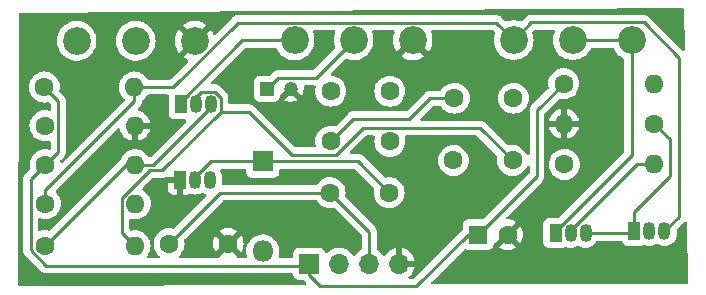
<source format=gbr>
%TF.GenerationSoftware,KiCad,Pcbnew,7.0.11+dfsg-1build4*%
%TF.CreationDate,2026-01-25T21:00:47-05:00*%
%TF.ProjectId,Distortion-02-LQ,44697374-6f72-4746-996f-6e2d30322d4c,rev?*%
%TF.SameCoordinates,Original*%
%TF.FileFunction,Copper,L1,Top*%
%TF.FilePolarity,Positive*%
%FSLAX46Y46*%
G04 Gerber Fmt 4.6, Leading zero omitted, Abs format (unit mm)*
G04 Created by KiCad (PCBNEW 7.0.11+dfsg-1build4) date 2026-01-25 21:00:47*
%MOMM*%
%LPD*%
G01*
G04 APERTURE LIST*
%TA.AperFunction,ComponentPad*%
%ADD10C,2.340000*%
%TD*%
%TA.AperFunction,ComponentPad*%
%ADD11R,1.600000X1.600000*%
%TD*%
%TA.AperFunction,ComponentPad*%
%ADD12C,1.600000*%
%TD*%
%TA.AperFunction,ComponentPad*%
%ADD13O,1.600000X1.600000*%
%TD*%
%TA.AperFunction,ComponentPad*%
%ADD14R,1.800000X1.800000*%
%TD*%
%TA.AperFunction,ComponentPad*%
%ADD15O,1.800000X1.800000*%
%TD*%
%TA.AperFunction,ComponentPad*%
%ADD16R,1.700000X1.700000*%
%TD*%
%TA.AperFunction,ComponentPad*%
%ADD17O,1.700000X1.700000*%
%TD*%
%TA.AperFunction,ComponentPad*%
%ADD18R,1.200000X1.200000*%
%TD*%
%TA.AperFunction,ComponentPad*%
%ADD19C,1.200000*%
%TD*%
%TA.AperFunction,ComponentPad*%
%ADD20R,1.050000X1.500000*%
%TD*%
%TA.AperFunction,ComponentPad*%
%ADD21O,1.050000X1.500000*%
%TD*%
%TA.AperFunction,Conductor*%
%ADD22C,0.250000*%
%TD*%
G04 APERTURE END LIST*
D10*
%TO.P,RV3,1,1*%
%TO.N,GND*%
X123926600Y-84150200D03*
%TO.P,RV3,2,2*%
%TO.N,out*%
X118926600Y-84150200D03*
%TO.P,RV3,3,3*%
%TO.N,Net-(C8-Pad2)*%
X113926600Y-84150200D03*
%TD*%
D11*
%TO.P,C2,1*%
%TO.N,+9V*%
X147915621Y-100558600D03*
D12*
%TO.P,C2,2*%
%TO.N,GND*%
X150415621Y-100558600D03*
%TD*%
%TO.P,C7,1*%
%TO.N,Net-(C6-Pad1)*%
X135447400Y-92659200D03*
%TO.P,C7,2*%
%TO.N,Net-(C7-Pad2)*%
X140447400Y-92659200D03*
%TD*%
%TO.P,C1,1*%
%TO.N,IN*%
X121756800Y-101320600D03*
%TO.P,C1,2*%
%TO.N,GND*%
X126756800Y-101320600D03*
%TD*%
%TO.P,R6,1*%
%TO.N,Net-(Q3-Pad3)*%
X111277400Y-97942400D03*
D13*
%TO.P,R6,2*%
%TO.N,Net-(C6-Pad2)*%
X118897400Y-97942400D03*
%TD*%
D14*
%TO.P,D1,1,K*%
%TO.N,Net-(C3-Pad2)*%
X129692400Y-94335600D03*
D15*
%TO.P,D1,2,A*%
%TO.N,Net-(C4-Pad1)*%
X129692400Y-101955600D03*
%TD*%
D12*
%TO.P,R1,1*%
%TO.N,IN*%
X111252000Y-91338400D03*
D13*
%TO.P,R1,2*%
%TO.N,GND*%
X118872000Y-91338400D03*
%TD*%
D12*
%TO.P,R2,1*%
%TO.N,+9V*%
X155168600Y-87782400D03*
D13*
%TO.P,R2,2*%
%TO.N,Net-(C4-Pad1)*%
X162788600Y-87782400D03*
%TD*%
D12*
%TO.P,R8,1*%
%TO.N,Net-(C8-Pad1)*%
X155219400Y-94615000D03*
D13*
%TO.P,R8,2*%
%TO.N,Net-(C7-Pad2)*%
X162839400Y-94615000D03*
%TD*%
D16*
%TO.P,J1,1,Pin_1*%
%TO.N,+9V*%
X133614000Y-103022400D03*
D17*
%TO.P,J1,2,Pin_2*%
%TO.N,out*%
X136154000Y-103022400D03*
%TO.P,J1,3,Pin_3*%
%TO.N,IN*%
X138694000Y-103022400D03*
%TO.P,J1,4,Pin_4*%
%TO.N,GND*%
X141234000Y-103022400D03*
%TD*%
D12*
%TO.P,R7,1*%
%TO.N,Net-(C8-Pad1)*%
X162814000Y-91160600D03*
D13*
%TO.P,R7,2*%
%TO.N,GND*%
X155194000Y-91160600D03*
%TD*%
D10*
%TO.P,RV1,1,1*%
%TO.N,GND*%
X142377800Y-84104200D03*
%TO.P,RV1,2,2*%
%TO.N,Net-(C5-Pad1)*%
X137377800Y-84104200D03*
%TO.P,RV1,3,3*%
%TO.N,Net-(Q2-Pad1)*%
X132377800Y-84104200D03*
%TD*%
%TO.P,RV2,1,1*%
%TO.N,Net-(Q4-Pad1)*%
X160930600Y-84089000D03*
%TO.P,RV2,2,2*%
X155930600Y-84089000D03*
%TO.P,RV2,3,3*%
%TO.N,Net-(Q3-Pad3)*%
X150930600Y-84089000D03*
%TD*%
D18*
%TO.P,C5,1*%
%TO.N,Net-(C5-Pad1)*%
X130040601Y-88214200D03*
D19*
%TO.P,C5,2*%
%TO.N,GND*%
X132040601Y-88214200D03*
%TD*%
D12*
%TO.P,R5,1*%
%TO.N,+9V*%
X111201200Y-88061800D03*
D13*
%TO.P,R5,2*%
%TO.N,Net-(Q3-Pad3)*%
X118821200Y-88061800D03*
%TD*%
D20*
%TO.P,Q3,1,E*%
%TO.N,Net-(C8-Pad1)*%
X161163000Y-100279200D03*
D21*
%TO.P,Q3,2,B*%
%TO.N,Net-(C6-Pad2)*%
X162433000Y-100279200D03*
%TO.P,Q3,3,C*%
%TO.N,Net-(Q3-Pad3)*%
X163703000Y-100279200D03*
%TD*%
D20*
%TO.P,Q1,1,E*%
%TO.N,GND*%
X122682000Y-95914800D03*
D21*
%TO.P,Q1,2,B*%
%TO.N,Net-(C3-Pad2)*%
X123952000Y-95914800D03*
%TO.P,Q1,3,C*%
%TO.N,Net-(C4-Pad1)*%
X125222000Y-95914800D03*
%TD*%
D12*
%TO.P,C6,1*%
%TO.N,Net-(C6-Pad1)*%
X145912200Y-89001600D03*
%TO.P,C6,2*%
%TO.N,Net-(C6-Pad2)*%
X150912200Y-89001600D03*
%TD*%
%TO.P,R3,1*%
%TO.N,+9V*%
X111277400Y-94640400D03*
D13*
%TO.P,R3,2*%
%TO.N,Net-(C6-Pad1)*%
X118897400Y-94640400D03*
%TD*%
D12*
%TO.P,C8,1*%
%TO.N,Net-(C8-Pad1)*%
X135447400Y-88417400D03*
%TO.P,C8,2*%
%TO.N,Net-(C8-Pad2)*%
X140447400Y-88417400D03*
%TD*%
%TO.P,C3,1*%
%TO.N,IN*%
X135396600Y-97002600D03*
%TO.P,C3,2*%
%TO.N,Net-(C3-Pad2)*%
X140396600Y-97002600D03*
%TD*%
%TO.P,C4,1*%
%TO.N,Net-(C4-Pad1)*%
X145836000Y-94284800D03*
%TO.P,C4,2*%
%TO.N,Net-(C4-Pad2)*%
X150836000Y-94284800D03*
%TD*%
%TO.P,R4,1*%
%TO.N,Net-(C6-Pad1)*%
X111252000Y-101498400D03*
D13*
%TO.P,R4,2*%
%TO.N,Net-(C4-Pad2)*%
X118872000Y-101498400D03*
%TD*%
D20*
%TO.P,Q2,1,E*%
%TO.N,Net-(Q2-Pad1)*%
X122758200Y-89539400D03*
D21*
%TO.P,Q2,2,B*%
%TO.N,Net-(C4-Pad2)*%
X124028200Y-89539400D03*
%TO.P,Q2,3,C*%
%TO.N,Net-(C6-Pad1)*%
X125298200Y-89539400D03*
%TD*%
D20*
%TO.P,Q4,1,E*%
%TO.N,Net-(Q4-Pad1)*%
X154482800Y-100436000D03*
D21*
%TO.P,Q4,2,B*%
%TO.N,Net-(C7-Pad2)*%
X155752800Y-100436000D03*
%TO.P,Q4,3,C*%
%TO.N,Net-(C8-Pad1)*%
X157022800Y-100436000D03*
%TD*%
D22*
%TO.N,IN*%
X121756800Y-101320600D02*
X126074800Y-97002600D01*
X138694000Y-100300000D02*
X135396600Y-97002600D01*
X138694000Y-103022400D02*
X138694000Y-100300000D01*
X126074800Y-97002600D02*
X135396600Y-97002600D01*
%TO.N,+9V*%
X152908000Y-95566221D02*
X152908000Y-90043000D01*
X152908000Y-90043000D02*
X155168600Y-87782400D01*
X147915621Y-100558600D02*
X147091400Y-100558600D01*
X133614000Y-103022400D02*
X133456289Y-103180111D01*
X147091400Y-100558600D02*
X142697200Y-104952800D01*
X134569200Y-104952800D02*
X133614000Y-103997600D01*
X112376511Y-89237111D02*
X111201200Y-88061800D01*
X110032800Y-101869500D02*
X110032800Y-95885000D01*
X133614000Y-103997600D02*
X133614000Y-103022400D01*
X111277400Y-94640400D02*
X112376511Y-93541289D01*
X142697200Y-104952800D02*
X134569200Y-104952800D01*
X110032800Y-95885000D02*
X111277400Y-94640400D01*
X133456289Y-103180111D02*
X111343411Y-103180111D01*
X111343411Y-103180111D02*
X110032800Y-101869500D01*
X112376511Y-93541289D02*
X112376511Y-89237111D01*
X147915621Y-100558600D02*
X152908000Y-95566221D01*
%TO.N,Net-(C3-Pad2)*%
X137729600Y-94335600D02*
X140396600Y-97002600D01*
X123952000Y-95689800D02*
X125306200Y-94335600D01*
X129692400Y-94335600D02*
X137729600Y-94335600D01*
X123952000Y-95914800D02*
X123952000Y-95689800D01*
X125306200Y-94335600D02*
X129692400Y-94335600D01*
%TO.N,Net-(C4-Pad2)*%
X117772889Y-97476611D02*
X120126500Y-95123000D01*
X148085889Y-91534689D02*
X138162211Y-91534689D01*
X117772889Y-100399289D02*
X117772889Y-97476611D01*
X132156200Y-93802200D02*
X128512680Y-90158680D01*
X128512680Y-90158680D02*
X126147720Y-90158680D01*
X118872000Y-101498400D02*
X117772889Y-100399289D01*
X126147720Y-90158680D02*
X126147720Y-88962120D01*
X138162211Y-91534689D02*
X135894700Y-93802200D01*
X124488720Y-88464880D02*
X124028200Y-88925400D01*
X125650480Y-88464880D02*
X124488720Y-88464880D01*
X150836000Y-94284800D02*
X148085889Y-91534689D01*
X126147720Y-88962120D02*
X125650480Y-88464880D01*
X135894700Y-93802200D02*
X132156200Y-93802200D01*
X120126500Y-95123000D02*
X121183400Y-95123000D01*
X124028200Y-88925400D02*
X124028200Y-89539400D01*
X121183400Y-95123000D02*
X126147720Y-90158680D01*
%TO.N,Net-(C5-Pad1)*%
X134192311Y-87289689D02*
X137377800Y-84104200D01*
X130040601Y-88214200D02*
X130965112Y-87289689D01*
X130965112Y-87289689D02*
X134192311Y-87289689D01*
%TO.N,Net-(C6-Pad1)*%
X111252000Y-101498400D02*
X118110000Y-94640400D01*
X143865600Y-89001600D02*
X145912200Y-89001600D01*
X142113000Y-90754200D02*
X143865600Y-89001600D01*
X135447400Y-92659200D02*
X137352400Y-90754200D01*
X125298200Y-89764400D02*
X125298200Y-89539400D01*
X118110000Y-94640400D02*
X118897400Y-94640400D01*
X120422200Y-94640400D02*
X125298200Y-89764400D01*
X137352400Y-90754200D02*
X142113000Y-90754200D01*
X118897400Y-94640400D02*
X120422200Y-94640400D01*
%TO.N,Net-(C6-Pad2)*%
X118897400Y-97942400D02*
X118973600Y-97942400D01*
X118973600Y-97942400D02*
X119202200Y-97713800D01*
%TO.N,Net-(C7-Pad2)*%
X155752800Y-100436000D02*
X155752800Y-100211000D01*
X161348800Y-94615000D02*
X162839400Y-94615000D01*
X155752800Y-100211000D02*
X161348800Y-94615000D01*
%TO.N,Net-(C8-Pad1)*%
X164160200Y-92506800D02*
X162814000Y-91160600D01*
X164160200Y-95631000D02*
X164160200Y-92506800D01*
X161163000Y-100279200D02*
X161163000Y-98628200D01*
X157022800Y-100436000D02*
X161006200Y-100436000D01*
X161006200Y-100436000D02*
X161163000Y-100279200D01*
X161163000Y-98628200D02*
X164160200Y-95631000D01*
%TO.N,Net-(Q2-Pad1)*%
X127968400Y-84104200D02*
X132377800Y-84104200D01*
X122758200Y-89314400D02*
X127968400Y-84104200D01*
X122758200Y-89539400D02*
X122758200Y-89314400D01*
%TO.N,Net-(Q3-Pad3)*%
X152425111Y-82594489D02*
X150930600Y-84089000D01*
X163703000Y-100279200D02*
X164922200Y-99060000D01*
X118821200Y-89267230D02*
X118821200Y-88061800D01*
X149451289Y-82609689D02*
X127580670Y-82609689D01*
X111277400Y-96811030D02*
X118821200Y-89267230D01*
X161944089Y-82594489D02*
X152425111Y-82594489D01*
X150930600Y-84089000D02*
X149451289Y-82609689D01*
X164922200Y-85572600D02*
X161944089Y-82594489D01*
X122128559Y-88061800D02*
X118821200Y-88061800D01*
X127580670Y-82609689D02*
X122128559Y-88061800D01*
X164922200Y-99060000D02*
X164922200Y-85572600D01*
X111277400Y-97942400D02*
X111277400Y-96811030D01*
%TO.N,Net-(Q4-Pad1)*%
X154482800Y-100279598D02*
X160930600Y-93831798D01*
X155930600Y-84089000D02*
X160930600Y-84089000D01*
X160930600Y-93831798D02*
X160930600Y-84089000D01*
X154482800Y-100436000D02*
X154482800Y-100279598D01*
%TD*%
%TA.AperFunction,Conductor*%
%TO.N,GND*%
G36*
X165297233Y-81427360D02*
G01*
X165344064Y-81480721D01*
X165355770Y-81532002D01*
X165402775Y-84851309D01*
X165383740Y-84919706D01*
X165330748Y-84966954D01*
X165260624Y-84978052D01*
X165195632Y-84949476D01*
X165187693Y-84942188D01*
X162451333Y-82205828D01*
X162441368Y-82193390D01*
X162441141Y-82193579D01*
X162436090Y-82187473D01*
X162436089Y-82187471D01*
X162431174Y-82182856D01*
X162386438Y-82140846D01*
X162383594Y-82138089D01*
X162363866Y-82118360D01*
X162363860Y-82118355D01*
X162360656Y-82115869D01*
X162351645Y-82108172D01*
X162319414Y-82077906D01*
X162319408Y-82077902D01*
X162301652Y-82068140D01*
X162285136Y-82057291D01*
X162269130Y-82044875D01*
X162236780Y-82030876D01*
X162228553Y-82027316D01*
X162217896Y-82022094D01*
X162179152Y-82000795D01*
X162179149Y-82000794D01*
X162159525Y-81995755D01*
X162140825Y-81989353D01*
X162136388Y-81987433D01*
X162122234Y-81981308D01*
X162122232Y-81981307D01*
X162122230Y-81981307D01*
X162078563Y-81974390D01*
X162066944Y-81971984D01*
X162024119Y-81960989D01*
X162003865Y-81960989D01*
X161984155Y-81959438D01*
X161964146Y-81956269D01*
X161920128Y-81960430D01*
X161908270Y-81960989D01*
X152508965Y-81960989D01*
X152493123Y-81959239D01*
X152493096Y-81959533D01*
X152485203Y-81958786D01*
X152417113Y-81960927D01*
X152413155Y-81960989D01*
X152385255Y-81960989D01*
X152385249Y-81960989D01*
X152385243Y-81960990D01*
X152381244Y-81961495D01*
X152369424Y-81962425D01*
X152325225Y-81963814D01*
X152325218Y-81963816D01*
X152305760Y-81969468D01*
X152286415Y-81973474D01*
X152266317Y-81976014D01*
X152266309Y-81976016D01*
X152225201Y-81992291D01*
X152213977Y-81996134D01*
X152171520Y-82008470D01*
X152171518Y-82008470D01*
X152171518Y-82008471D01*
X152166678Y-82011333D01*
X152154075Y-82018786D01*
X152136329Y-82027479D01*
X152117493Y-82034937D01*
X152081721Y-82060926D01*
X152071805Y-82067440D01*
X152033748Y-82089947D01*
X152019422Y-82104273D01*
X152004396Y-82117106D01*
X151988006Y-82129014D01*
X151988004Y-82129016D01*
X151959811Y-82163094D01*
X151951824Y-82171870D01*
X151642031Y-82481663D01*
X151579719Y-82515689D01*
X151515797Y-82512970D01*
X151305159Y-82447997D01*
X151305151Y-82447995D01*
X151305149Y-82447995D01*
X151056386Y-82410500D01*
X150804814Y-82410500D01*
X150556051Y-82447995D01*
X150556049Y-82447995D01*
X150556040Y-82447997D01*
X150345402Y-82512970D01*
X150274411Y-82513936D01*
X150219168Y-82481663D01*
X149958533Y-82221028D01*
X149948568Y-82208590D01*
X149948341Y-82208779D01*
X149943290Y-82202673D01*
X149943289Y-82202671D01*
X149936174Y-82195990D01*
X149893637Y-82156045D01*
X149890793Y-82153288D01*
X149871066Y-82133560D01*
X149871060Y-82133555D01*
X149867856Y-82131069D01*
X149858845Y-82123372D01*
X149826614Y-82093106D01*
X149826608Y-82093102D01*
X149808852Y-82083340D01*
X149792336Y-82072491D01*
X149776330Y-82060075D01*
X149741204Y-82044875D01*
X149735753Y-82042516D01*
X149725096Y-82037294D01*
X149686352Y-82015995D01*
X149686349Y-82015994D01*
X149666725Y-82010955D01*
X149648025Y-82004553D01*
X149629434Y-81996508D01*
X149629432Y-81996507D01*
X149629430Y-81996507D01*
X149585763Y-81989590D01*
X149574144Y-81987184D01*
X149531319Y-81976189D01*
X149511065Y-81976189D01*
X149491355Y-81974638D01*
X149471346Y-81971469D01*
X149436807Y-81974734D01*
X149427328Y-81975630D01*
X149415470Y-81976189D01*
X127664519Y-81976189D01*
X127648680Y-81974440D01*
X127648653Y-81974734D01*
X127640761Y-81973988D01*
X127576235Y-81976016D01*
X127572703Y-81976127D01*
X127568745Y-81976189D01*
X127540814Y-81976189D01*
X127538627Y-81976465D01*
X127536781Y-81976698D01*
X127524974Y-81977626D01*
X127480780Y-81979015D01*
X127480775Y-81979016D01*
X127461330Y-81984666D01*
X127441972Y-81988675D01*
X127421880Y-81991213D01*
X127421873Y-81991215D01*
X127380766Y-82007490D01*
X127369541Y-82011333D01*
X127338882Y-82020241D01*
X127327077Y-82023671D01*
X127327075Y-82023671D01*
X127327072Y-82023673D01*
X127309633Y-82033986D01*
X127291888Y-82042679D01*
X127273049Y-82050138D01*
X127237297Y-82076115D01*
X127227374Y-82082633D01*
X127189310Y-82105143D01*
X127174977Y-82119476D01*
X127159951Y-82132309D01*
X127143565Y-82144214D01*
X127115381Y-82178282D01*
X127107393Y-82187059D01*
X125700414Y-83594037D01*
X125638102Y-83628063D01*
X125567286Y-83622998D01*
X125510451Y-83580451D01*
X125494029Y-83550975D01*
X125442668Y-83420108D01*
X125442666Y-83420104D01*
X125316918Y-83202302D01*
X125280000Y-83156008D01*
X124530534Y-83905475D01*
X124519412Y-83871244D01*
X124431414Y-83732581D01*
X124311697Y-83620160D01*
X124173439Y-83544151D01*
X124920588Y-82797001D01*
X124920588Y-82796999D01*
X124767955Y-82692936D01*
X124767947Y-82692931D01*
X124541370Y-82583817D01*
X124541352Y-82583810D01*
X124301047Y-82509686D01*
X124301035Y-82509684D01*
X124052345Y-82472200D01*
X123800855Y-82472200D01*
X123552164Y-82509684D01*
X123552152Y-82509686D01*
X123311847Y-82583810D01*
X123311834Y-82583815D01*
X123085251Y-82692932D01*
X122932610Y-82797000D01*
X122932610Y-82797001D01*
X123683117Y-83547508D01*
X123610971Y-83576074D01*
X123478108Y-83672605D01*
X123373425Y-83799145D01*
X123323158Y-83905967D01*
X122573198Y-83156007D01*
X122573197Y-83156007D01*
X122536286Y-83202295D01*
X122410533Y-83420104D01*
X122410531Y-83420108D01*
X122318654Y-83654210D01*
X122318653Y-83654212D01*
X122262689Y-83899402D01*
X122243895Y-84150200D01*
X122262689Y-84400997D01*
X122318653Y-84646187D01*
X122318654Y-84646189D01*
X122410531Y-84880291D01*
X122410533Y-84880295D01*
X122536282Y-85098099D01*
X122536285Y-85098102D01*
X122573197Y-85144390D01*
X123322665Y-84394923D01*
X123333788Y-84429156D01*
X123421786Y-84567819D01*
X123541503Y-84680240D01*
X123679761Y-84756248D01*
X122932610Y-85503398D01*
X122932610Y-85503399D01*
X123085238Y-85607459D01*
X123085246Y-85607463D01*
X123311835Y-85716584D01*
X123311841Y-85716586D01*
X123315322Y-85717660D01*
X123374525Y-85756845D01*
X123403144Y-85821818D01*
X123392093Y-85891949D01*
X123367292Y-85927161D01*
X122825552Y-86468902D01*
X121903057Y-87391396D01*
X121840747Y-87425420D01*
X121813964Y-87428300D01*
X120040594Y-87428300D01*
X119972473Y-87408298D01*
X119937381Y-87374571D01*
X119827400Y-87217503D01*
X119827395Y-87217497D01*
X119665502Y-87055604D01*
X119665496Y-87055599D01*
X119477949Y-86924277D01*
X119270446Y-86827517D01*
X119270440Y-86827515D01*
X119165786Y-86799473D01*
X119049287Y-86768257D01*
X118821200Y-86748302D01*
X118593113Y-86768257D01*
X118371959Y-86827515D01*
X118371953Y-86827517D01*
X118164450Y-86924277D01*
X117976903Y-87055599D01*
X117976897Y-87055604D01*
X117815004Y-87217497D01*
X117814999Y-87217503D01*
X117683677Y-87405050D01*
X117586917Y-87612553D01*
X117586915Y-87612559D01*
X117548019Y-87757722D01*
X117527657Y-87833713D01*
X117507702Y-88061800D01*
X117527657Y-88289887D01*
X117556659Y-88398122D01*
X117586915Y-88511040D01*
X117586917Y-88511046D01*
X117683677Y-88718549D01*
X117784709Y-88862838D01*
X117815002Y-88906100D01*
X117892419Y-88983517D01*
X117961618Y-89052716D01*
X117995643Y-89115028D01*
X117990578Y-89185844D01*
X117961617Y-89230906D01*
X112769483Y-94423040D01*
X112707171Y-94457066D01*
X112636356Y-94452001D01*
X112579520Y-94409454D01*
X112558682Y-94366555D01*
X112553939Y-94348853D01*
X112555630Y-94277878D01*
X112586549Y-94227153D01*
X112765168Y-94048534D01*
X112777603Y-94038573D01*
X112777416Y-94038346D01*
X112783527Y-94033290D01*
X112783526Y-94033290D01*
X112783529Y-94033289D01*
X112830187Y-93983601D01*
X112832878Y-93980824D01*
X112852646Y-93961058D01*
X112855125Y-93957860D01*
X112862810Y-93948860D01*
X112893097Y-93916610D01*
X112902856Y-93898856D01*
X112913715Y-93882327D01*
X112914002Y-93881957D01*
X112926125Y-93866329D01*
X112943688Y-93825740D01*
X112948907Y-93815090D01*
X112952502Y-93808551D01*
X112970206Y-93776349D01*
X112975244Y-93756724D01*
X112981649Y-93738019D01*
X112983648Y-93733400D01*
X112989692Y-93719434D01*
X112996607Y-93675770D01*
X112999015Y-93664141D01*
X113006702Y-93634204D01*
X113010011Y-93621319D01*
X113010011Y-93601064D01*
X113011562Y-93581352D01*
X113013456Y-93569393D01*
X113014731Y-93561346D01*
X113010570Y-93517325D01*
X113010011Y-93505468D01*
X113010011Y-89320965D01*
X113011760Y-89305123D01*
X113011467Y-89305096D01*
X113012211Y-89297210D01*
X113012213Y-89297203D01*
X113010073Y-89229111D01*
X113010011Y-89225153D01*
X113010011Y-89197261D01*
X113010011Y-89197255D01*
X113009504Y-89193246D01*
X113008573Y-89181417D01*
X113008368Y-89174890D01*
X113007185Y-89137222D01*
X113001528Y-89117753D01*
X112997523Y-89098409D01*
X112994985Y-89078314D01*
X112978707Y-89037203D01*
X112974867Y-89025988D01*
X112962529Y-88983518D01*
X112952217Y-88966081D01*
X112943521Y-88948332D01*
X112936063Y-88929494D01*
X112910063Y-88893709D01*
X112903570Y-88883825D01*
X112881053Y-88845749D01*
X112866725Y-88831421D01*
X112853895Y-88816400D01*
X112841983Y-88800004D01*
X112841980Y-88800002D01*
X112841980Y-88800001D01*
X112807911Y-88771816D01*
X112799132Y-88763828D01*
X112510350Y-88475045D01*
X112476325Y-88412733D01*
X112477739Y-88353342D01*
X112494743Y-88289887D01*
X112514698Y-88061800D01*
X112494743Y-87833713D01*
X112435484Y-87612557D01*
X112338723Y-87405051D01*
X112207398Y-87217500D01*
X112045500Y-87055602D01*
X111857949Y-86924277D01*
X111650446Y-86827517D01*
X111650440Y-86827515D01*
X111545786Y-86799473D01*
X111429287Y-86768257D01*
X111201200Y-86748302D01*
X110973113Y-86768257D01*
X110751959Y-86827515D01*
X110751953Y-86827517D01*
X110544450Y-86924277D01*
X110356903Y-87055599D01*
X110356897Y-87055604D01*
X110195004Y-87217497D01*
X110194999Y-87217503D01*
X110063677Y-87405050D01*
X109966917Y-87612553D01*
X109966915Y-87612559D01*
X109928019Y-87757722D01*
X109907657Y-87833713D01*
X109887702Y-88061800D01*
X109907657Y-88289887D01*
X109936659Y-88398122D01*
X109966915Y-88511040D01*
X109966917Y-88511046D01*
X110063677Y-88718549D01*
X110164709Y-88862838D01*
X110195002Y-88906100D01*
X110356900Y-89067998D01*
X110544451Y-89199323D01*
X110751957Y-89296084D01*
X110973113Y-89355343D01*
X111201200Y-89375298D01*
X111429287Y-89355343D01*
X111492741Y-89338340D01*
X111563714Y-89340028D01*
X111614446Y-89370951D01*
X111706106Y-89462611D01*
X111740132Y-89524923D01*
X111743011Y-89551706D01*
X111743011Y-89951101D01*
X111723009Y-90019222D01*
X111669353Y-90065715D01*
X111599079Y-90075819D01*
X111584403Y-90072808D01*
X111480087Y-90044857D01*
X111252000Y-90024902D01*
X111023913Y-90044857D01*
X110802759Y-90104115D01*
X110802753Y-90104117D01*
X110595250Y-90200877D01*
X110407703Y-90332199D01*
X110407697Y-90332204D01*
X110245804Y-90494097D01*
X110245799Y-90494103D01*
X110114477Y-90681650D01*
X110017717Y-90889153D01*
X110017715Y-90889159D01*
X109961125Y-91100355D01*
X109958457Y-91110313D01*
X109938502Y-91338400D01*
X109958457Y-91566487D01*
X109970029Y-91609673D01*
X110017715Y-91787640D01*
X110017717Y-91787646D01*
X110114477Y-91995149D01*
X110234668Y-92166800D01*
X110245802Y-92182700D01*
X110407700Y-92344598D01*
X110595251Y-92475923D01*
X110802757Y-92572684D01*
X111023913Y-92631943D01*
X111252000Y-92651898D01*
X111480087Y-92631943D01*
X111584400Y-92603992D01*
X111655375Y-92605681D01*
X111714172Y-92645474D01*
X111742120Y-92710739D01*
X111743011Y-92725698D01*
X111743011Y-93226694D01*
X111723009Y-93294815D01*
X111706108Y-93315786D01*
X111695500Y-93326395D01*
X111690645Y-93331250D01*
X111628331Y-93365273D01*
X111568941Y-93363859D01*
X111505490Y-93346857D01*
X111277400Y-93326902D01*
X111049313Y-93346857D01*
X110828159Y-93406115D01*
X110828153Y-93406117D01*
X110620650Y-93502877D01*
X110433103Y-93634199D01*
X110433097Y-93634204D01*
X110271204Y-93796097D01*
X110271199Y-93796103D01*
X110139877Y-93983650D01*
X110043117Y-94191153D01*
X110043115Y-94191159D01*
X109983857Y-94412313D01*
X109963902Y-94640400D01*
X109983857Y-94868490D01*
X110000859Y-94931940D01*
X109999169Y-95002916D01*
X109968247Y-95053646D01*
X109644136Y-95377757D01*
X109631701Y-95387721D01*
X109631889Y-95387948D01*
X109625779Y-95393002D01*
X109579170Y-95442635D01*
X109576420Y-95445473D01*
X109556663Y-95465231D01*
X109554174Y-95468439D01*
X109546488Y-95477436D01*
X109516218Y-95509673D01*
X109516211Y-95509683D01*
X109506451Y-95527435D01*
X109495603Y-95543950D01*
X109483186Y-95559958D01*
X109465624Y-95600540D01*
X109460404Y-95611195D01*
X109439105Y-95649939D01*
X109439103Y-95649944D01*
X109434067Y-95669559D01*
X109427664Y-95688262D01*
X109419619Y-95706852D01*
X109412701Y-95750525D01*
X109410295Y-95762142D01*
X109399300Y-95804968D01*
X109399300Y-95825223D01*
X109397749Y-95844933D01*
X109394580Y-95864942D01*
X109398741Y-95908961D01*
X109399300Y-95920819D01*
X109399300Y-101785646D01*
X109397551Y-101801488D01*
X109397844Y-101801516D01*
X109397098Y-101809407D01*
X109397098Y-101809409D01*
X109398426Y-101851648D01*
X109399238Y-101877484D01*
X109399300Y-101881443D01*
X109399300Y-101909351D01*
X109399301Y-101909369D01*
X109399807Y-101913377D01*
X109400737Y-101925196D01*
X109402126Y-101969388D01*
X109402127Y-101969393D01*
X109407777Y-101988839D01*
X109411786Y-102008197D01*
X109414325Y-102028293D01*
X109414326Y-102028300D01*
X109430600Y-102069403D01*
X109434444Y-102080629D01*
X109446782Y-102123093D01*
X109457094Y-102140531D01*
X109465788Y-102158279D01*
X109473244Y-102177109D01*
X109473250Y-102177120D01*
X109499232Y-102212881D01*
X109505749Y-102222801D01*
X109528258Y-102260862D01*
X109528259Y-102260863D01*
X109528261Y-102260866D01*
X109542579Y-102275184D01*
X109555417Y-102290214D01*
X109567326Y-102306604D01*
X109567330Y-102306609D01*
X109601398Y-102334792D01*
X109610178Y-102342782D01*
X110836166Y-103568771D01*
X110846131Y-103581208D01*
X110846358Y-103581021D01*
X110851410Y-103587128D01*
X110901061Y-103633753D01*
X110903905Y-103636510D01*
X110923634Y-103656240D01*
X110923635Y-103656241D01*
X110923639Y-103656244D01*
X110923641Y-103656246D01*
X110926846Y-103658732D01*
X110935853Y-103666425D01*
X110968090Y-103696697D01*
X110985839Y-103706454D01*
X111002364Y-103717309D01*
X111018370Y-103729725D01*
X111058953Y-103747286D01*
X111069604Y-103752504D01*
X111108351Y-103773806D01*
X111108359Y-103773808D01*
X111127969Y-103778843D01*
X111146678Y-103785248D01*
X111165266Y-103793292D01*
X111208941Y-103800209D01*
X111220552Y-103802613D01*
X111263381Y-103813611D01*
X111283635Y-103813611D01*
X111303345Y-103815162D01*
X111305552Y-103815511D01*
X111323354Y-103818331D01*
X111367372Y-103814169D01*
X111379230Y-103813611D01*
X132130770Y-103813611D01*
X132198891Y-103833613D01*
X132245384Y-103887269D01*
X132256048Y-103926142D01*
X132262010Y-103981597D01*
X132262011Y-103981604D01*
X132313110Y-104118602D01*
X132313112Y-104118607D01*
X132400738Y-104235661D01*
X132517792Y-104323287D01*
X132517794Y-104323288D01*
X132517796Y-104323289D01*
X132576875Y-104345324D01*
X132654795Y-104374388D01*
X132654803Y-104374390D01*
X132715350Y-104380899D01*
X132715355Y-104380899D01*
X132715362Y-104380900D01*
X133045235Y-104380900D01*
X133113356Y-104400902D01*
X133143069Y-104428964D01*
X133143105Y-104428931D01*
X133143659Y-104429521D01*
X133147168Y-104432835D01*
X133148526Y-104434704D01*
X133148530Y-104434709D01*
X133182598Y-104462892D01*
X133191378Y-104470882D01*
X133316847Y-104596351D01*
X133350873Y-104658663D01*
X133345808Y-104729478D01*
X133303261Y-104786314D01*
X133236741Y-104811125D01*
X133228091Y-104811446D01*
X109118156Y-104876259D01*
X109049981Y-104856440D01*
X109003344Y-104802909D01*
X108991818Y-104749843D01*
X108991886Y-104729478D01*
X109059804Y-84150200D01*
X112243393Y-84150200D01*
X112262193Y-84401069D01*
X112262194Y-84401073D01*
X112318171Y-84646329D01*
X112410079Y-84880509D01*
X112410081Y-84880513D01*
X112535866Y-85098380D01*
X112535868Y-85098383D01*
X112535869Y-85098384D01*
X112584928Y-85159902D01*
X112692725Y-85295076D01*
X112811173Y-85404978D01*
X112877138Y-85466184D01*
X112877144Y-85466188D01*
X113084987Y-85607894D01*
X113084994Y-85607898D01*
X113084997Y-85607900D01*
X113311655Y-85717053D01*
X113311658Y-85717053D01*
X113311663Y-85717056D01*
X113552040Y-85791202D01*
X113552042Y-85791202D01*
X113552051Y-85791205D01*
X113800814Y-85828700D01*
X113800818Y-85828700D01*
X114052382Y-85828700D01*
X114052386Y-85828700D01*
X114301149Y-85791205D01*
X114412542Y-85756845D01*
X114541536Y-85717056D01*
X114541538Y-85717054D01*
X114541545Y-85717053D01*
X114768204Y-85607900D01*
X114976062Y-85466184D01*
X115160478Y-85295072D01*
X115317331Y-85098384D01*
X115443117Y-84880516D01*
X115443206Y-84880291D01*
X115476225Y-84796158D01*
X115535027Y-84646334D01*
X115591007Y-84401069D01*
X115609807Y-84150200D01*
X117243393Y-84150200D01*
X117262193Y-84401069D01*
X117262194Y-84401073D01*
X117318171Y-84646329D01*
X117410079Y-84880509D01*
X117410081Y-84880513D01*
X117535866Y-85098380D01*
X117535868Y-85098383D01*
X117535869Y-85098384D01*
X117584928Y-85159902D01*
X117692725Y-85295076D01*
X117811173Y-85404978D01*
X117877138Y-85466184D01*
X117877144Y-85466188D01*
X118084987Y-85607894D01*
X118084994Y-85607898D01*
X118084997Y-85607900D01*
X118311655Y-85717053D01*
X118311658Y-85717053D01*
X118311663Y-85717056D01*
X118552040Y-85791202D01*
X118552042Y-85791202D01*
X118552051Y-85791205D01*
X118800814Y-85828700D01*
X118800818Y-85828700D01*
X119052382Y-85828700D01*
X119052386Y-85828700D01*
X119301149Y-85791205D01*
X119412542Y-85756845D01*
X119541536Y-85717056D01*
X119541538Y-85717054D01*
X119541545Y-85717053D01*
X119768204Y-85607900D01*
X119976062Y-85466184D01*
X120160478Y-85295072D01*
X120317331Y-85098384D01*
X120443117Y-84880516D01*
X120443206Y-84880291D01*
X120476225Y-84796158D01*
X120535027Y-84646334D01*
X120591007Y-84401069D01*
X120609807Y-84150200D01*
X120591007Y-83899331D01*
X120535027Y-83654066D01*
X120480690Y-83515617D01*
X120443120Y-83419890D01*
X120443118Y-83419886D01*
X120317333Y-83202019D01*
X120160474Y-83005323D01*
X119976067Y-82834221D01*
X119976061Y-82834215D01*
X119768843Y-82692936D01*
X119768206Y-82692501D01*
X119541549Y-82583348D01*
X119541536Y-82583343D01*
X119301159Y-82509197D01*
X119301151Y-82509195D01*
X119301149Y-82509195D01*
X119052386Y-82471700D01*
X118800814Y-82471700D01*
X118552051Y-82509195D01*
X118552049Y-82509195D01*
X118552040Y-82509197D01*
X118311663Y-82583343D01*
X118311651Y-82583348D01*
X118084994Y-82692501D01*
X118084987Y-82692505D01*
X117877144Y-82834211D01*
X117877132Y-82834221D01*
X117692725Y-83005323D01*
X117535866Y-83202019D01*
X117410081Y-83419886D01*
X117410079Y-83419890D01*
X117318171Y-83654070D01*
X117262194Y-83899326D01*
X117262193Y-83899331D01*
X117243393Y-84150200D01*
X115609807Y-84150200D01*
X115591007Y-83899331D01*
X115535027Y-83654066D01*
X115480690Y-83515617D01*
X115443120Y-83419890D01*
X115443118Y-83419886D01*
X115317333Y-83202019D01*
X115160474Y-83005323D01*
X114976067Y-82834221D01*
X114976061Y-82834215D01*
X114768843Y-82692936D01*
X114768206Y-82692501D01*
X114541549Y-82583348D01*
X114541536Y-82583343D01*
X114301159Y-82509197D01*
X114301151Y-82509195D01*
X114301149Y-82509195D01*
X114052386Y-82471700D01*
X113800814Y-82471700D01*
X113552051Y-82509195D01*
X113552049Y-82509195D01*
X113552040Y-82509197D01*
X113311663Y-82583343D01*
X113311651Y-82583348D01*
X113084994Y-82692501D01*
X113084987Y-82692505D01*
X112877144Y-82834211D01*
X112877132Y-82834221D01*
X112692725Y-83005323D01*
X112535866Y-83202019D01*
X112410081Y-83419886D01*
X112410079Y-83419890D01*
X112318171Y-83654070D01*
X112262194Y-83899326D01*
X112262193Y-83899331D01*
X112243393Y-84150200D01*
X109059804Y-84150200D01*
X109067273Y-81887071D01*
X109087499Y-81819018D01*
X109141308Y-81772702D01*
X109192476Y-81761491D01*
X165228988Y-81407789D01*
X165297233Y-81427360D01*
G37*
%TD.AperFunction*%
%TA.AperFunction,Conductor*%
G36*
X154348690Y-83247991D02*
G01*
X154395183Y-83301647D01*
X154405287Y-83371921D01*
X154397859Y-83400022D01*
X154322171Y-83592870D01*
X154269134Y-83825244D01*
X154266193Y-83838131D01*
X154247393Y-84089000D01*
X154266193Y-84339869D01*
X154266194Y-84339873D01*
X154322171Y-84585129D01*
X154414079Y-84819309D01*
X154414081Y-84819313D01*
X154539866Y-85037180D01*
X154539868Y-85037183D01*
X154539869Y-85037184D01*
X154551991Y-85052384D01*
X154696725Y-85233876D01*
X154788476Y-85319007D01*
X154881138Y-85404984D01*
X154881144Y-85404988D01*
X155088987Y-85546694D01*
X155088994Y-85546698D01*
X155088997Y-85546700D01*
X155315655Y-85655853D01*
X155315658Y-85655853D01*
X155315663Y-85655856D01*
X155556040Y-85730002D01*
X155556042Y-85730002D01*
X155556051Y-85730005D01*
X155804814Y-85767500D01*
X155804818Y-85767500D01*
X156056382Y-85767500D01*
X156056386Y-85767500D01*
X156305149Y-85730005D01*
X156496268Y-85671053D01*
X156545536Y-85655856D01*
X156545538Y-85655854D01*
X156545545Y-85655853D01*
X156772204Y-85546700D01*
X156980062Y-85404984D01*
X157164478Y-85233872D01*
X157321331Y-85037184D01*
X157447117Y-84819316D01*
X157453731Y-84802463D01*
X157497240Y-84746361D01*
X157564173Y-84722686D01*
X157571020Y-84722500D01*
X159290180Y-84722500D01*
X159358301Y-84742502D01*
X159404794Y-84796158D01*
X159407468Y-84802463D01*
X159412022Y-84814066D01*
X159414082Y-84819313D01*
X159414085Y-84819320D01*
X159539866Y-85037180D01*
X159539868Y-85037183D01*
X159539869Y-85037184D01*
X159551991Y-85052384D01*
X159696725Y-85233876D01*
X159788476Y-85319007D01*
X159881138Y-85404984D01*
X159903432Y-85420184D01*
X160088994Y-85546698D01*
X160089002Y-85546703D01*
X160225769Y-85612566D01*
X160278465Y-85660143D01*
X160297100Y-85726088D01*
X160297100Y-93517203D01*
X160277098Y-93585324D01*
X160260195Y-93606298D01*
X154725898Y-99140595D01*
X154663586Y-99174621D01*
X154636803Y-99177500D01*
X153909150Y-99177500D01*
X153848603Y-99184009D01*
X153848595Y-99184011D01*
X153711597Y-99235110D01*
X153711592Y-99235112D01*
X153594538Y-99322738D01*
X153506912Y-99439792D01*
X153506910Y-99439797D01*
X153455811Y-99576795D01*
X153455809Y-99576803D01*
X153449300Y-99637350D01*
X153449300Y-101234649D01*
X153455809Y-101295196D01*
X153455811Y-101295204D01*
X153506910Y-101432202D01*
X153506912Y-101432207D01*
X153594538Y-101549261D01*
X153711592Y-101636887D01*
X153711594Y-101636888D01*
X153711596Y-101636889D01*
X153742032Y-101648241D01*
X153848595Y-101687988D01*
X153848603Y-101687990D01*
X153909150Y-101694499D01*
X153909155Y-101694499D01*
X153909162Y-101694500D01*
X153909168Y-101694500D01*
X155056432Y-101694500D01*
X155056438Y-101694500D01*
X155056445Y-101694499D01*
X155056449Y-101694499D01*
X155116996Y-101687990D01*
X155116999Y-101687989D01*
X155117001Y-101687989D01*
X155139638Y-101679546D01*
X155254001Y-101636890D01*
X155254000Y-101636890D01*
X155254004Y-101636889D01*
X155254007Y-101636886D01*
X155261913Y-101632570D01*
X155263591Y-101635644D01*
X155314296Y-101616717D01*
X155359892Y-101621817D01*
X155550199Y-101679546D01*
X155550203Y-101679546D01*
X155550205Y-101679547D01*
X155752797Y-101699501D01*
X155752800Y-101699501D01*
X155752803Y-101699501D01*
X155955394Y-101679547D01*
X155955395Y-101679546D01*
X155955401Y-101679546D01*
X156150217Y-101620450D01*
X156328407Y-101525205D01*
X156397909Y-101510734D01*
X156447191Y-101525204D01*
X156625383Y-101620450D01*
X156820199Y-101679546D01*
X156820203Y-101679546D01*
X156820205Y-101679547D01*
X157022797Y-101699501D01*
X157022800Y-101699501D01*
X157022803Y-101699501D01*
X157225394Y-101679547D01*
X157225395Y-101679546D01*
X157225401Y-101679546D01*
X157420217Y-101620450D01*
X157599760Y-101524482D01*
X157757131Y-101395331D01*
X157886282Y-101237960D01*
X157940725Y-101136103D01*
X157990477Y-101085456D01*
X158051847Y-101069500D01*
X160022829Y-101069500D01*
X160090950Y-101089502D01*
X160137443Y-101143158D01*
X160140884Y-101151467D01*
X160187110Y-101275403D01*
X160187112Y-101275407D01*
X160274738Y-101392461D01*
X160391792Y-101480087D01*
X160391794Y-101480088D01*
X160391796Y-101480089D01*
X160436302Y-101496689D01*
X160528795Y-101531188D01*
X160528803Y-101531190D01*
X160589350Y-101537699D01*
X160589355Y-101537699D01*
X160589362Y-101537700D01*
X160589368Y-101537700D01*
X161736632Y-101537700D01*
X161736638Y-101537700D01*
X161736645Y-101537699D01*
X161736649Y-101537699D01*
X161797196Y-101531190D01*
X161797199Y-101531189D01*
X161797201Y-101531189D01*
X161819838Y-101522746D01*
X161934201Y-101480090D01*
X161934200Y-101480090D01*
X161934204Y-101480089D01*
X161934207Y-101480086D01*
X161942113Y-101475770D01*
X161943791Y-101478844D01*
X161994496Y-101459917D01*
X162040092Y-101465017D01*
X162230399Y-101522746D01*
X162230403Y-101522746D01*
X162230405Y-101522747D01*
X162432997Y-101542701D01*
X162433000Y-101542701D01*
X162433003Y-101542701D01*
X162635594Y-101522747D01*
X162635595Y-101522746D01*
X162635601Y-101522746D01*
X162830417Y-101463650D01*
X163008607Y-101368405D01*
X163078109Y-101353934D01*
X163127391Y-101368404D01*
X163305583Y-101463650D01*
X163500399Y-101522746D01*
X163500403Y-101522746D01*
X163500405Y-101522747D01*
X163702997Y-101542701D01*
X163703000Y-101542701D01*
X163703003Y-101542701D01*
X163905594Y-101522747D01*
X163905595Y-101522746D01*
X163905601Y-101522746D01*
X164100417Y-101463650D01*
X164279960Y-101367682D01*
X164437331Y-101238531D01*
X164566482Y-101081160D01*
X164662450Y-100901617D01*
X164721546Y-100706801D01*
X164725777Y-100663850D01*
X164733491Y-100585520D01*
X164736500Y-100554975D01*
X164736500Y-100193794D01*
X164756502Y-100125673D01*
X164773400Y-100104703D01*
X165310859Y-99567243D01*
X165323293Y-99557284D01*
X165323105Y-99557057D01*
X165329216Y-99552001D01*
X165329215Y-99552001D01*
X165329218Y-99552000D01*
X165375876Y-99502312D01*
X165378566Y-99499536D01*
X165396121Y-99481981D01*
X165458433Y-99447960D01*
X165529249Y-99453027D01*
X165586083Y-99495575D01*
X165610892Y-99562096D01*
X165611200Y-99569297D01*
X165682395Y-104596758D01*
X165663360Y-104665155D01*
X165610368Y-104712403D01*
X165556747Y-104724542D01*
X144068123Y-104782307D01*
X143999948Y-104762488D01*
X143953311Y-104708957D01*
X143943019Y-104638711D01*
X143972338Y-104574051D01*
X143978662Y-104567240D01*
X146716694Y-101829208D01*
X146779004Y-101795184D01*
X146849820Y-101800249D01*
X146866168Y-101807715D01*
X146869414Y-101809486D01*
X146869417Y-101809489D01*
X146899094Y-101820558D01*
X147006416Y-101860588D01*
X147006424Y-101860590D01*
X147066971Y-101867099D01*
X147066976Y-101867099D01*
X147066983Y-101867100D01*
X147066989Y-101867100D01*
X148764253Y-101867100D01*
X148764259Y-101867100D01*
X148764266Y-101867099D01*
X148764270Y-101867099D01*
X148824817Y-101860590D01*
X148824820Y-101860589D01*
X148824822Y-101860589D01*
X148961825Y-101809489D01*
X148975092Y-101799558D01*
X149078882Y-101721861D01*
X149166508Y-101604807D01*
X149166508Y-101604806D01*
X149166510Y-101604804D01*
X149217610Y-101467801D01*
X149217910Y-101465018D01*
X149224482Y-101403883D01*
X149225529Y-101403995D01*
X149247677Y-101341167D01*
X149303734Y-101297600D01*
X149319727Y-101295282D01*
X150016893Y-100598116D01*
X150030456Y-100683748D01*
X150087980Y-100796645D01*
X150177576Y-100886241D01*
X150290473Y-100943765D01*
X150376103Y-100957327D01*
X149687731Y-101645698D01*
X149687731Y-101645700D01*
X149759119Y-101695686D01*
X149966547Y-101792411D01*
X149966552Y-101792413D01*
X150187620Y-101851648D01*
X150187616Y-101851648D01*
X150415621Y-101871595D01*
X150643623Y-101851648D01*
X150864689Y-101792413D01*
X150864694Y-101792411D01*
X151072118Y-101695688D01*
X151143509Y-101645699D01*
X151143509Y-101645697D01*
X150455139Y-100957327D01*
X150540769Y-100943765D01*
X150653666Y-100886241D01*
X150743262Y-100796645D01*
X150800786Y-100683748D01*
X150814348Y-100598118D01*
X151502718Y-101286488D01*
X151502720Y-101286488D01*
X151552709Y-101215097D01*
X151649432Y-101007673D01*
X151649434Y-101007668D01*
X151708669Y-100786602D01*
X151728616Y-100558600D01*
X151708669Y-100330597D01*
X151649434Y-100109531D01*
X151649432Y-100109526D01*
X151552707Y-99902098D01*
X151502721Y-99830710D01*
X151502719Y-99830710D01*
X150814348Y-100519081D01*
X150800786Y-100433452D01*
X150743262Y-100320555D01*
X150653666Y-100230959D01*
X150540769Y-100173435D01*
X150455137Y-100159872D01*
X151143509Y-99471499D01*
X151143509Y-99471498D01*
X151072122Y-99421513D01*
X150864694Y-99324788D01*
X150864689Y-99324786D01*
X150643623Y-99265551D01*
X150417117Y-99245735D01*
X150350999Y-99219871D01*
X150309360Y-99162368D01*
X150305419Y-99091481D01*
X150339001Y-99031123D01*
X153296660Y-96073464D01*
X153309098Y-96063501D01*
X153308910Y-96063274D01*
X153315016Y-96058222D01*
X153315015Y-96058222D01*
X153315018Y-96058221D01*
X153361661Y-96008549D01*
X153364351Y-96005773D01*
X153384135Y-95985991D01*
X153386614Y-95982794D01*
X153394311Y-95973780D01*
X153424586Y-95941542D01*
X153434346Y-95923786D01*
X153445195Y-95907271D01*
X153457614Y-95891262D01*
X153475179Y-95850667D01*
X153480384Y-95840042D01*
X153501695Y-95801281D01*
X153506733Y-95781655D01*
X153513137Y-95762953D01*
X153516149Y-95755994D01*
X153521181Y-95744366D01*
X153528096Y-95700702D01*
X153530504Y-95689073D01*
X153541500Y-95646251D01*
X153541500Y-95625996D01*
X153543051Y-95606284D01*
X153546220Y-95586278D01*
X153542059Y-95542257D01*
X153541500Y-95530400D01*
X153541500Y-94615000D01*
X153905902Y-94615000D01*
X153925857Y-94843087D01*
X153952240Y-94941549D01*
X153985115Y-95064240D01*
X153985117Y-95064246D01*
X154081877Y-95271749D01*
X154187309Y-95422322D01*
X154213202Y-95459300D01*
X154375100Y-95621198D01*
X154562651Y-95752523D01*
X154770157Y-95849284D01*
X154991313Y-95908543D01*
X155219400Y-95928498D01*
X155447487Y-95908543D01*
X155668643Y-95849284D01*
X155876149Y-95752523D01*
X156063700Y-95621198D01*
X156225598Y-95459300D01*
X156356923Y-95271749D01*
X156453684Y-95064243D01*
X156512943Y-94843087D01*
X156532898Y-94615000D01*
X156512943Y-94386913D01*
X156453684Y-94165757D01*
X156356923Y-93958251D01*
X156225598Y-93770700D01*
X156063700Y-93608802D01*
X156024497Y-93581352D01*
X155876149Y-93477477D01*
X155668646Y-93380717D01*
X155668640Y-93380715D01*
X155542280Y-93346857D01*
X155447487Y-93321457D01*
X155219400Y-93301502D01*
X154991313Y-93321457D01*
X154770159Y-93380715D01*
X154770153Y-93380717D01*
X154562650Y-93477477D01*
X154375103Y-93608799D01*
X154375097Y-93608804D01*
X154213204Y-93770697D01*
X154213199Y-93770703D01*
X154081877Y-93958250D01*
X153985117Y-94165753D01*
X153985115Y-94165759D01*
X153973529Y-94209000D01*
X153925857Y-94386913D01*
X153905902Y-94615000D01*
X153541500Y-94615000D01*
X153541500Y-90906600D01*
X153907917Y-90906600D01*
X154882314Y-90906600D01*
X154866359Y-90922555D01*
X154808835Y-91035452D01*
X154789014Y-91160600D01*
X154808835Y-91285748D01*
X154866359Y-91398645D01*
X154882314Y-91414600D01*
X153907918Y-91414600D01*
X153960186Y-91609668D01*
X153960188Y-91609673D01*
X154056912Y-91817098D01*
X154188184Y-92004574D01*
X154188189Y-92004580D01*
X154350019Y-92166410D01*
X154350025Y-92166415D01*
X154537501Y-92297687D01*
X154744926Y-92394411D01*
X154744931Y-92394413D01*
X154940000Y-92446681D01*
X154940000Y-91472286D01*
X154955955Y-91488241D01*
X155068852Y-91545765D01*
X155162519Y-91560600D01*
X155225481Y-91560600D01*
X155319148Y-91545765D01*
X155432045Y-91488241D01*
X155448000Y-91472286D01*
X155448000Y-92446681D01*
X155643068Y-92394413D01*
X155643073Y-92394411D01*
X155850498Y-92297687D01*
X156037974Y-92166415D01*
X156037980Y-92166410D01*
X156199810Y-92004580D01*
X156199815Y-92004574D01*
X156331087Y-91817098D01*
X156427811Y-91609673D01*
X156427813Y-91609668D01*
X156480082Y-91414600D01*
X155505686Y-91414600D01*
X155521641Y-91398645D01*
X155579165Y-91285748D01*
X155598986Y-91160600D01*
X155579165Y-91035452D01*
X155521641Y-90922555D01*
X155505686Y-90906600D01*
X156480082Y-90906600D01*
X156427813Y-90711531D01*
X156427811Y-90711526D01*
X156331087Y-90504101D01*
X156199815Y-90316625D01*
X156199810Y-90316619D01*
X156037980Y-90154789D01*
X156037974Y-90154784D01*
X155850498Y-90023512D01*
X155643073Y-89926788D01*
X155643071Y-89926787D01*
X155448000Y-89874517D01*
X155448000Y-90848914D01*
X155432045Y-90832959D01*
X155319148Y-90775435D01*
X155225481Y-90760600D01*
X155162519Y-90760600D01*
X155068852Y-90775435D01*
X154955955Y-90832959D01*
X154940000Y-90848914D01*
X154940000Y-89874517D01*
X154939999Y-89874517D01*
X154744928Y-89926787D01*
X154744926Y-89926788D01*
X154537501Y-90023512D01*
X154350025Y-90154784D01*
X154350019Y-90154789D01*
X154188189Y-90316619D01*
X154188184Y-90316625D01*
X154056912Y-90504101D01*
X153960188Y-90711526D01*
X153960186Y-90711531D01*
X153907917Y-90906600D01*
X153541500Y-90906600D01*
X153541500Y-90357593D01*
X153561502Y-90289472D01*
X153578400Y-90268503D01*
X154755353Y-89091549D01*
X154817663Y-89057526D01*
X154877057Y-89058939D01*
X154940513Y-89075943D01*
X155168600Y-89095898D01*
X155396687Y-89075943D01*
X155617843Y-89016684D01*
X155825349Y-88919923D01*
X156012900Y-88788598D01*
X156174798Y-88626700D01*
X156306123Y-88439149D01*
X156402884Y-88231643D01*
X156462143Y-88010487D01*
X156482098Y-87782400D01*
X156462143Y-87554313D01*
X156402884Y-87333157D01*
X156306123Y-87125651D01*
X156174798Y-86938100D01*
X156012900Y-86776202D01*
X156001553Y-86768257D01*
X155825349Y-86644877D01*
X155617846Y-86548117D01*
X155617840Y-86548115D01*
X155524371Y-86523070D01*
X155396687Y-86488857D01*
X155168600Y-86468902D01*
X154940513Y-86488857D01*
X154719359Y-86548115D01*
X154719353Y-86548117D01*
X154511850Y-86644877D01*
X154324303Y-86776199D01*
X154324297Y-86776204D01*
X154162404Y-86938097D01*
X154162399Y-86938103D01*
X154031077Y-87125650D01*
X153934317Y-87333153D01*
X153934315Y-87333159D01*
X153875057Y-87554313D01*
X153855102Y-87782400D01*
X153875057Y-88010490D01*
X153892059Y-88073940D01*
X153890369Y-88144916D01*
X153859447Y-88195646D01*
X152519336Y-89535757D01*
X152506901Y-89545721D01*
X152507089Y-89545948D01*
X152500979Y-89551002D01*
X152454370Y-89600635D01*
X152451620Y-89603473D01*
X152431863Y-89623231D01*
X152429374Y-89626439D01*
X152421688Y-89635436D01*
X152391418Y-89667673D01*
X152391411Y-89667683D01*
X152381651Y-89685435D01*
X152370803Y-89701950D01*
X152358386Y-89717958D01*
X152340824Y-89758540D01*
X152335604Y-89769195D01*
X152314305Y-89807939D01*
X152314303Y-89807944D01*
X152309267Y-89827559D01*
X152302864Y-89846262D01*
X152294819Y-89864852D01*
X152287901Y-89908525D01*
X152285495Y-89920142D01*
X152274500Y-89962968D01*
X152274500Y-89983223D01*
X152272949Y-90002933D01*
X152272178Y-90007800D01*
X152269780Y-90022943D01*
X152273823Y-90065715D01*
X152273941Y-90066961D01*
X152274500Y-90078819D01*
X152274500Y-93705149D01*
X152254498Y-93773270D01*
X152200842Y-93819763D01*
X152130568Y-93829867D01*
X152065988Y-93800373D01*
X152034305Y-93758399D01*
X152016134Y-93719432D01*
X151973523Y-93628051D01*
X151842198Y-93440500D01*
X151680300Y-93278602D01*
X151552902Y-93189397D01*
X151492749Y-93147277D01*
X151285246Y-93050517D01*
X151285240Y-93050515D01*
X151134368Y-93010089D01*
X151064087Y-92991257D01*
X150836000Y-92971302D01*
X150607913Y-92991257D01*
X150607910Y-92991257D01*
X150607907Y-92991258D01*
X150544457Y-93008259D01*
X150473481Y-93006569D01*
X150422752Y-92975647D01*
X148593133Y-91146028D01*
X148583168Y-91133590D01*
X148582941Y-91133779D01*
X148577890Y-91127673D01*
X148577889Y-91127671D01*
X148559404Y-91110313D01*
X148528238Y-91081046D01*
X148525394Y-91078289D01*
X148505666Y-91058560D01*
X148505660Y-91058555D01*
X148502456Y-91056069D01*
X148493445Y-91048372D01*
X148461214Y-91018106D01*
X148461208Y-91018102D01*
X148443452Y-91008340D01*
X148426936Y-90997491D01*
X148410930Y-90985075D01*
X148370353Y-90967516D01*
X148359696Y-90962294D01*
X148320952Y-90940995D01*
X148320949Y-90940994D01*
X148301325Y-90935955D01*
X148282625Y-90929553D01*
X148266453Y-90922555D01*
X148264034Y-90921508D01*
X148264032Y-90921507D01*
X148264030Y-90921507D01*
X148220363Y-90914590D01*
X148208744Y-90912184D01*
X148165919Y-90901189D01*
X148145665Y-90901189D01*
X148125955Y-90899638D01*
X148105946Y-90896469D01*
X148061928Y-90900630D01*
X148050070Y-90901189D01*
X143166105Y-90901189D01*
X143097984Y-90881187D01*
X143051491Y-90827531D01*
X143041387Y-90757257D01*
X143070881Y-90692677D01*
X143077010Y-90686094D01*
X144091099Y-89672005D01*
X144153411Y-89637979D01*
X144180194Y-89635100D01*
X144692806Y-89635100D01*
X144760927Y-89655102D01*
X144796019Y-89688829D01*
X144905999Y-89845896D01*
X144906002Y-89845900D01*
X145067900Y-90007798D01*
X145255451Y-90139123D01*
X145462957Y-90235884D01*
X145684113Y-90295143D01*
X145912200Y-90315098D01*
X146140287Y-90295143D01*
X146361443Y-90235884D01*
X146568949Y-90139123D01*
X146756500Y-90007798D01*
X146918398Y-89845900D01*
X147049723Y-89658349D01*
X147146484Y-89450843D01*
X147205743Y-89229687D01*
X147225698Y-89001600D01*
X149598702Y-89001600D01*
X149618657Y-89229687D01*
X149647771Y-89338340D01*
X149677915Y-89450840D01*
X149677917Y-89450846D01*
X149774677Y-89658349D01*
X149899885Y-89837165D01*
X149906002Y-89845900D01*
X150067900Y-90007798D01*
X150255451Y-90139123D01*
X150462957Y-90235884D01*
X150684113Y-90295143D01*
X150912200Y-90315098D01*
X151140287Y-90295143D01*
X151361443Y-90235884D01*
X151568949Y-90139123D01*
X151756500Y-90007798D01*
X151918398Y-89845900D01*
X152049723Y-89658349D01*
X152146484Y-89450843D01*
X152205743Y-89229687D01*
X152225698Y-89001600D01*
X152205743Y-88773513D01*
X152146484Y-88552357D01*
X152049723Y-88344851D01*
X151918398Y-88157300D01*
X151756500Y-87995402D01*
X151747001Y-87988751D01*
X151568949Y-87864077D01*
X151361446Y-87767317D01*
X151361440Y-87767315D01*
X151267971Y-87742270D01*
X151140287Y-87708057D01*
X150912200Y-87688102D01*
X150684113Y-87708057D01*
X150462959Y-87767315D01*
X150462953Y-87767317D01*
X150255450Y-87864077D01*
X150067903Y-87995399D01*
X150067897Y-87995404D01*
X149906004Y-88157297D01*
X149905999Y-88157303D01*
X149774677Y-88344850D01*
X149677917Y-88552353D01*
X149677915Y-88552359D01*
X149623163Y-88756698D01*
X149618657Y-88773513D01*
X149598702Y-89001600D01*
X147225698Y-89001600D01*
X147205743Y-88773513D01*
X147146484Y-88552357D01*
X147049723Y-88344851D01*
X146918398Y-88157300D01*
X146756500Y-87995402D01*
X146747001Y-87988751D01*
X146568949Y-87864077D01*
X146361446Y-87767317D01*
X146361440Y-87767315D01*
X146267971Y-87742270D01*
X146140287Y-87708057D01*
X145912200Y-87688102D01*
X145684113Y-87708057D01*
X145462959Y-87767315D01*
X145462953Y-87767317D01*
X145255450Y-87864077D01*
X145067903Y-87995399D01*
X145067897Y-87995404D01*
X144906004Y-88157297D01*
X144905999Y-88157303D01*
X144796019Y-88314371D01*
X144740562Y-88358699D01*
X144692806Y-88368100D01*
X143949454Y-88368100D01*
X143933612Y-88366350D01*
X143933585Y-88366644D01*
X143925692Y-88365897D01*
X143857602Y-88368038D01*
X143853644Y-88368100D01*
X143825744Y-88368100D01*
X143825738Y-88368100D01*
X143825732Y-88368101D01*
X143821733Y-88368606D01*
X143809913Y-88369536D01*
X143765711Y-88370925D01*
X143746250Y-88376579D01*
X143726904Y-88380585D01*
X143706804Y-88383125D01*
X143706803Y-88383125D01*
X143665695Y-88399400D01*
X143654470Y-88403243D01*
X143612013Y-88415578D01*
X143612004Y-88415582D01*
X143594562Y-88425897D01*
X143576815Y-88434591D01*
X143557983Y-88442047D01*
X143557981Y-88442048D01*
X143522214Y-88468034D01*
X143512300Y-88474547D01*
X143474236Y-88497059D01*
X143474233Y-88497061D01*
X143459912Y-88511383D01*
X143444883Y-88524219D01*
X143428493Y-88536127D01*
X143400300Y-88570205D01*
X143392313Y-88578981D01*
X141887500Y-90083795D01*
X141825188Y-90117820D01*
X141798405Y-90120700D01*
X137436253Y-90120700D01*
X137420411Y-90118950D01*
X137420384Y-90119244D01*
X137412491Y-90118497D01*
X137344401Y-90120638D01*
X137340443Y-90120700D01*
X137312544Y-90120700D01*
X137312538Y-90120700D01*
X137312532Y-90120701D01*
X137308533Y-90121206D01*
X137296713Y-90122136D01*
X137252514Y-90123525D01*
X137252507Y-90123527D01*
X137233049Y-90129179D01*
X137213704Y-90133185D01*
X137193606Y-90135725D01*
X137193598Y-90135727D01*
X137152490Y-90152002D01*
X137141266Y-90155845D01*
X137098809Y-90168181D01*
X137081364Y-90178497D01*
X137063618Y-90187190D01*
X137044782Y-90194648D01*
X137009010Y-90220637D01*
X136999094Y-90227151D01*
X136961037Y-90249658D01*
X136946711Y-90263984D01*
X136931685Y-90276817D01*
X136915295Y-90288725D01*
X136915293Y-90288727D01*
X136887100Y-90322805D01*
X136879113Y-90331581D01*
X135860646Y-91350047D01*
X135798334Y-91384073D01*
X135738940Y-91382659D01*
X135675490Y-91365657D01*
X135447400Y-91345702D01*
X135219313Y-91365657D01*
X134998159Y-91424915D01*
X134998153Y-91424917D01*
X134790650Y-91521677D01*
X134603103Y-91652999D01*
X134603097Y-91653004D01*
X134441204Y-91814897D01*
X134441199Y-91814903D01*
X134309877Y-92002450D01*
X134213117Y-92209953D01*
X134213115Y-92209959D01*
X134153857Y-92431113D01*
X134133902Y-92659200D01*
X134153857Y-92887286D01*
X134186762Y-93010089D01*
X134185072Y-93081066D01*
X134145278Y-93139861D01*
X134080013Y-93167809D01*
X134065055Y-93168700D01*
X132470795Y-93168700D01*
X132402674Y-93148698D01*
X132381700Y-93131795D01*
X129019924Y-89770019D01*
X129009959Y-89757581D01*
X129009732Y-89757770D01*
X129004681Y-89751664D01*
X129004680Y-89751662D01*
X128982568Y-89730898D01*
X128955029Y-89705037D01*
X128952185Y-89702280D01*
X128932457Y-89682551D01*
X128932451Y-89682546D01*
X128929247Y-89680060D01*
X128920236Y-89672363D01*
X128888005Y-89642097D01*
X128887999Y-89642093D01*
X128870243Y-89632331D01*
X128853727Y-89621482D01*
X128837721Y-89609066D01*
X128798909Y-89592271D01*
X128797144Y-89591507D01*
X128786487Y-89586285D01*
X128747743Y-89564986D01*
X128747740Y-89564985D01*
X128728116Y-89559946D01*
X128709416Y-89553544D01*
X128690825Y-89545499D01*
X128690823Y-89545498D01*
X128690821Y-89545498D01*
X128647154Y-89538581D01*
X128635535Y-89536175D01*
X128592710Y-89525180D01*
X128572456Y-89525180D01*
X128552746Y-89523629D01*
X128532737Y-89520460D01*
X128488719Y-89524621D01*
X128476861Y-89525180D01*
X126907220Y-89525180D01*
X126839099Y-89505178D01*
X126792606Y-89451522D01*
X126781220Y-89399180D01*
X126781220Y-89045974D01*
X126782969Y-89030132D01*
X126782676Y-89030105D01*
X126783420Y-89022219D01*
X126783422Y-89022212D01*
X126781282Y-88954120D01*
X126781220Y-88950162D01*
X126781220Y-88922270D01*
X126781220Y-88922264D01*
X126780713Y-88918255D01*
X126779782Y-88906426D01*
X126779772Y-88906096D01*
X126778394Y-88862231D01*
X126772740Y-88842772D01*
X126768732Y-88823417D01*
X126766194Y-88803323D01*
X126749915Y-88762207D01*
X126746076Y-88750992D01*
X126733739Y-88708527D01*
X126723423Y-88691084D01*
X126714725Y-88673329D01*
X126707272Y-88654503D01*
X126681283Y-88618732D01*
X126674772Y-88608820D01*
X126652262Y-88570758D01*
X126637934Y-88556430D01*
X126625104Y-88541409D01*
X126613192Y-88525013D01*
X126613189Y-88525011D01*
X126613189Y-88525010D01*
X126579120Y-88496825D01*
X126570342Y-88488837D01*
X126157722Y-88076217D01*
X126147760Y-88063781D01*
X126147533Y-88063970D01*
X126142480Y-88057862D01*
X126092828Y-88011236D01*
X126089984Y-88008479D01*
X126070257Y-87988751D01*
X126070251Y-87988746D01*
X126070136Y-87988657D01*
X126067047Y-87986260D01*
X126058036Y-87978563D01*
X126025805Y-87948297D01*
X126025799Y-87948293D01*
X126008043Y-87938531D01*
X125991527Y-87927682D01*
X125975521Y-87915266D01*
X125934944Y-87897707D01*
X125924287Y-87892485D01*
X125885543Y-87871186D01*
X125885540Y-87871185D01*
X125865916Y-87866146D01*
X125847216Y-87859744D01*
X125828625Y-87851699D01*
X125828623Y-87851698D01*
X125828621Y-87851698D01*
X125784954Y-87844781D01*
X125773335Y-87842375D01*
X125730510Y-87831380D01*
X125710256Y-87831380D01*
X125690546Y-87829829D01*
X125670537Y-87826660D01*
X125626519Y-87830821D01*
X125614661Y-87831380D01*
X125441314Y-87831380D01*
X125373193Y-87811378D01*
X125326700Y-87757722D01*
X125316596Y-87687448D01*
X125346090Y-87622868D01*
X125352219Y-87616285D01*
X128193899Y-84774605D01*
X128256211Y-84740579D01*
X128282994Y-84737700D01*
X130737380Y-84737700D01*
X130805501Y-84757702D01*
X130851994Y-84811358D01*
X130854669Y-84817664D01*
X130861282Y-84834513D01*
X130861285Y-84834520D01*
X130987066Y-85052380D01*
X130987068Y-85052383D01*
X130987069Y-85052384D01*
X131027851Y-85103523D01*
X131143925Y-85249076D01*
X131219294Y-85319007D01*
X131328338Y-85420184D01*
X131328344Y-85420188D01*
X131536187Y-85561894D01*
X131536194Y-85561898D01*
X131536197Y-85561900D01*
X131762855Y-85671053D01*
X131762858Y-85671053D01*
X131762863Y-85671056D01*
X132003240Y-85745202D01*
X132003242Y-85745202D01*
X132003251Y-85745205D01*
X132252014Y-85782700D01*
X132252018Y-85782700D01*
X132503582Y-85782700D01*
X132503586Y-85782700D01*
X132752349Y-85745205D01*
X132753944Y-85744713D01*
X132992736Y-85671056D01*
X132992738Y-85671054D01*
X132992745Y-85671053D01*
X133219404Y-85561900D01*
X133427262Y-85420184D01*
X133611678Y-85249072D01*
X133768531Y-85052384D01*
X133894317Y-84834516D01*
X133894406Y-84834291D01*
X133924464Y-84757702D01*
X133986227Y-84600334D01*
X134042207Y-84355069D01*
X134061007Y-84104200D01*
X134042207Y-83853331D01*
X133989635Y-83622998D01*
X133986228Y-83608070D01*
X133986227Y-83608069D01*
X133986227Y-83608066D01*
X133910540Y-83415221D01*
X133904273Y-83344502D01*
X133937234Y-83281621D01*
X133998959Y-83246542D01*
X134027831Y-83243189D01*
X135727769Y-83243189D01*
X135795890Y-83263191D01*
X135842383Y-83316847D01*
X135852487Y-83387121D01*
X135845059Y-83415222D01*
X135769371Y-83608070D01*
X135717786Y-83834085D01*
X135713393Y-83853331D01*
X135694593Y-84104200D01*
X135713393Y-84355069D01*
X135713394Y-84355073D01*
X135769372Y-84600332D01*
X135769374Y-84600338D01*
X135800222Y-84678938D01*
X135806490Y-84749658D01*
X135773529Y-84812539D01*
X135772028Y-84814066D01*
X133966809Y-86619285D01*
X133904499Y-86653309D01*
X133877716Y-86656189D01*
X131048965Y-86656189D01*
X131033123Y-86654439D01*
X131033096Y-86654733D01*
X131025204Y-86653987D01*
X131025203Y-86653987D01*
X131001472Y-86654733D01*
X130957126Y-86656127D01*
X130953167Y-86656189D01*
X130925256Y-86656189D01*
X130925253Y-86656189D01*
X130925238Y-86656190D01*
X130921233Y-86656696D01*
X130909416Y-86657626D01*
X130865225Y-86659015D01*
X130865223Y-86659016D01*
X130845768Y-86664667D01*
X130826415Y-86668675D01*
X130806323Y-86671213D01*
X130806317Y-86671214D01*
X130806315Y-86671215D01*
X130765210Y-86687489D01*
X130753986Y-86691332D01*
X130711519Y-86703671D01*
X130694076Y-86713986D01*
X130676330Y-86722679D01*
X130657494Y-86730137D01*
X130621722Y-86756126D01*
X130611806Y-86762640D01*
X130573749Y-86785147D01*
X130559423Y-86799473D01*
X130544397Y-86812306D01*
X130528007Y-86824214D01*
X130528005Y-86824216D01*
X130499817Y-86858288D01*
X130491831Y-86867064D01*
X130290102Y-87068795D01*
X130227790Y-87102820D01*
X130201006Y-87105700D01*
X129391951Y-87105700D01*
X129331404Y-87112209D01*
X129331396Y-87112211D01*
X129194398Y-87163310D01*
X129194393Y-87163312D01*
X129077339Y-87250938D01*
X128989713Y-87367992D01*
X128989711Y-87367997D01*
X128938612Y-87504995D01*
X128938610Y-87505003D01*
X128932101Y-87565550D01*
X128932101Y-88862849D01*
X128938610Y-88923396D01*
X128938612Y-88923404D01*
X128989711Y-89060402D01*
X128989713Y-89060407D01*
X129077339Y-89177461D01*
X129194393Y-89265087D01*
X129194395Y-89265088D01*
X129194397Y-89265089D01*
X129232841Y-89279428D01*
X129331396Y-89316188D01*
X129331404Y-89316190D01*
X129391951Y-89322699D01*
X129391956Y-89322699D01*
X129391963Y-89322700D01*
X129391969Y-89322700D01*
X130689233Y-89322700D01*
X130689239Y-89322700D01*
X130689246Y-89322699D01*
X130689250Y-89322699D01*
X130749797Y-89316190D01*
X130749800Y-89316189D01*
X130749802Y-89316189D01*
X130886805Y-89265089D01*
X130891330Y-89261702D01*
X131003862Y-89177461D01*
X131019618Y-89156414D01*
X131457595Y-89156414D01*
X131544608Y-89210290D01*
X131544615Y-89210293D01*
X131736075Y-89284466D01*
X131736078Y-89284467D01*
X131937932Y-89322200D01*
X132143270Y-89322200D01*
X132345123Y-89284467D01*
X132345126Y-89284466D01*
X132536589Y-89210292D01*
X132536598Y-89210287D01*
X132623606Y-89156414D01*
X132040602Y-88573410D01*
X132040601Y-88573410D01*
X131457595Y-89156414D01*
X131019618Y-89156414D01*
X131091488Y-89060407D01*
X131091488Y-89060406D01*
X131091490Y-89060404D01*
X131142590Y-88923401D01*
X131142713Y-88922264D01*
X131149100Y-88862849D01*
X131149101Y-88862832D01*
X131149101Y-88798680D01*
X131169103Y-88730559D01*
X131186006Y-88709585D01*
X131747504Y-88148086D01*
X131736706Y-88186040D01*
X131747055Y-88297721D01*
X131797049Y-88398122D01*
X131879935Y-88473684D01*
X131984521Y-88514200D01*
X132068403Y-88514200D01*
X132150851Y-88498788D01*
X132246211Y-88439743D01*
X132313802Y-88350238D01*
X132344496Y-88242360D01*
X132335970Y-88150358D01*
X132986211Y-88800600D01*
X132986213Y-88800600D01*
X132986675Y-88799990D01*
X133078206Y-88616170D01*
X133078209Y-88616162D01*
X133134401Y-88418665D01*
X133134401Y-88418661D01*
X133153348Y-88214204D01*
X133153348Y-88214195D01*
X133139135Y-88060815D01*
X133152766Y-87991139D01*
X133201903Y-87939894D01*
X133264597Y-87923189D01*
X134060959Y-87923189D01*
X134129080Y-87943191D01*
X134175573Y-87996847D01*
X134185677Y-88067121D01*
X134182669Y-88081784D01*
X134153857Y-88189313D01*
X134133902Y-88417400D01*
X134153857Y-88645487D01*
X134170749Y-88708527D01*
X134213115Y-88866640D01*
X134213117Y-88866646D01*
X134309877Y-89074149D01*
X134405205Y-89210292D01*
X134441202Y-89261700D01*
X134603100Y-89423598D01*
X134790651Y-89554923D01*
X134998157Y-89651684D01*
X135219313Y-89710943D01*
X135447400Y-89730898D01*
X135675487Y-89710943D01*
X135896643Y-89651684D01*
X136104149Y-89554923D01*
X136291700Y-89423598D01*
X136453598Y-89261700D01*
X136584923Y-89074149D01*
X136681684Y-88866643D01*
X136740943Y-88645487D01*
X136760898Y-88417400D01*
X139133902Y-88417400D01*
X139153857Y-88645487D01*
X139170749Y-88708527D01*
X139213115Y-88866640D01*
X139213117Y-88866646D01*
X139309877Y-89074149D01*
X139405205Y-89210292D01*
X139441202Y-89261700D01*
X139603100Y-89423598D01*
X139790651Y-89554923D01*
X139998157Y-89651684D01*
X140219313Y-89710943D01*
X140447400Y-89730898D01*
X140675487Y-89710943D01*
X140896643Y-89651684D01*
X141104149Y-89554923D01*
X141291700Y-89423598D01*
X141453598Y-89261700D01*
X141584923Y-89074149D01*
X141681684Y-88866643D01*
X141740943Y-88645487D01*
X141760898Y-88417400D01*
X141740943Y-88189313D01*
X141681684Y-87968157D01*
X141584923Y-87760651D01*
X141453598Y-87573100D01*
X141291700Y-87411202D01*
X141282915Y-87405051D01*
X141104149Y-87279877D01*
X140896646Y-87183117D01*
X140896640Y-87183115D01*
X140803171Y-87158070D01*
X140675487Y-87123857D01*
X140447400Y-87103902D01*
X140219313Y-87123857D01*
X139998159Y-87183115D01*
X139998153Y-87183117D01*
X139790650Y-87279877D01*
X139603103Y-87411199D01*
X139603097Y-87411204D01*
X139441204Y-87573097D01*
X139441199Y-87573103D01*
X139309877Y-87760650D01*
X139213117Y-87968153D01*
X139213115Y-87968159D01*
X139186598Y-88067121D01*
X139153857Y-88189313D01*
X139133902Y-88417400D01*
X136760898Y-88417400D01*
X136740943Y-88189313D01*
X136681684Y-87968157D01*
X136584923Y-87760651D01*
X136453598Y-87573100D01*
X136291700Y-87411202D01*
X136282915Y-87405051D01*
X136104149Y-87279877D01*
X135896646Y-87183117D01*
X135896640Y-87183115D01*
X135822730Y-87163311D01*
X135675487Y-87123857D01*
X135675483Y-87123856D01*
X135675481Y-87123856D01*
X135557129Y-87113501D01*
X135491011Y-87087638D01*
X135449371Y-87030134D01*
X135445431Y-86959247D01*
X135479014Y-86898888D01*
X136666370Y-85711533D01*
X136728680Y-85677509D01*
X136792599Y-85680227D01*
X136953974Y-85730005D01*
X137003244Y-85745203D01*
X137003251Y-85745205D01*
X137252014Y-85782700D01*
X137252018Y-85782700D01*
X137503582Y-85782700D01*
X137503586Y-85782700D01*
X137752349Y-85745205D01*
X137753944Y-85744713D01*
X137992736Y-85671056D01*
X137992738Y-85671054D01*
X137992745Y-85671053D01*
X138219404Y-85561900D01*
X138427262Y-85420184D01*
X138611678Y-85249072D01*
X138768531Y-85052384D01*
X138894317Y-84834516D01*
X138894406Y-84834291D01*
X138924464Y-84757702D01*
X138986227Y-84600334D01*
X139042207Y-84355069D01*
X139061007Y-84104200D01*
X139042207Y-83853331D01*
X138989635Y-83622998D01*
X138986228Y-83608070D01*
X138986227Y-83608069D01*
X138986227Y-83608066D01*
X138910540Y-83415221D01*
X138904273Y-83344502D01*
X138937234Y-83281621D01*
X138998959Y-83246542D01*
X139027831Y-83243189D01*
X140728306Y-83243189D01*
X140796427Y-83263191D01*
X140842920Y-83316847D01*
X140853024Y-83387121D01*
X140845596Y-83415222D01*
X140769854Y-83608210D01*
X140769853Y-83608212D01*
X140713889Y-83853402D01*
X140695095Y-84104200D01*
X140713889Y-84354997D01*
X140769853Y-84600187D01*
X140769854Y-84600189D01*
X140861731Y-84834291D01*
X140861733Y-84834295D01*
X140987482Y-85052099D01*
X140987485Y-85052102D01*
X141024397Y-85098390D01*
X141024398Y-85098390D01*
X141773865Y-84348923D01*
X141784988Y-84383156D01*
X141872986Y-84521819D01*
X141992703Y-84634240D01*
X142130960Y-84710248D01*
X141383810Y-85457397D01*
X141383810Y-85457399D01*
X141536438Y-85561459D01*
X141536446Y-85561463D01*
X141763035Y-85670584D01*
X141763047Y-85670589D01*
X142003352Y-85744713D01*
X142003364Y-85744715D01*
X142252055Y-85782200D01*
X142503545Y-85782200D01*
X142752235Y-85744715D01*
X142752247Y-85744713D01*
X142992552Y-85670589D01*
X142992565Y-85670584D01*
X143219155Y-85561463D01*
X143371788Y-85457398D01*
X143371788Y-85457397D01*
X142621282Y-84706891D01*
X142693429Y-84678326D01*
X142826292Y-84581795D01*
X142930975Y-84455255D01*
X142981241Y-84348432D01*
X143731199Y-85098390D01*
X143731200Y-85098390D01*
X143768118Y-85052097D01*
X143893866Y-84834295D01*
X143893868Y-84834291D01*
X143985745Y-84600189D01*
X143985746Y-84600187D01*
X144041710Y-84354997D01*
X144060504Y-84104200D01*
X144041710Y-83853402D01*
X143985746Y-83608212D01*
X143985745Y-83608210D01*
X143910004Y-83415222D01*
X143903736Y-83344502D01*
X143936697Y-83281621D01*
X143998422Y-83246542D01*
X144027294Y-83243189D01*
X149136695Y-83243189D01*
X149204816Y-83263191D01*
X149225790Y-83280094D01*
X149324828Y-83379132D01*
X149358854Y-83441444D01*
X149353789Y-83512259D01*
X149353023Y-83514260D01*
X149322174Y-83592862D01*
X149322172Y-83592867D01*
X149269134Y-83825244D01*
X149266193Y-83838131D01*
X149247393Y-84089000D01*
X149266193Y-84339869D01*
X149266194Y-84339873D01*
X149322171Y-84585129D01*
X149414079Y-84819309D01*
X149414081Y-84819313D01*
X149539866Y-85037180D01*
X149539868Y-85037183D01*
X149539869Y-85037184D01*
X149551991Y-85052384D01*
X149696725Y-85233876D01*
X149788476Y-85319007D01*
X149881138Y-85404984D01*
X149881144Y-85404988D01*
X150088987Y-85546694D01*
X150088994Y-85546698D01*
X150088997Y-85546700D01*
X150315655Y-85655853D01*
X150315658Y-85655853D01*
X150315663Y-85655856D01*
X150556040Y-85730002D01*
X150556042Y-85730002D01*
X150556051Y-85730005D01*
X150804814Y-85767500D01*
X150804818Y-85767500D01*
X151056382Y-85767500D01*
X151056386Y-85767500D01*
X151305149Y-85730005D01*
X151496268Y-85671053D01*
X151545536Y-85655856D01*
X151545538Y-85655854D01*
X151545545Y-85655853D01*
X151772204Y-85546700D01*
X151980062Y-85404984D01*
X152164478Y-85233872D01*
X152321331Y-85037184D01*
X152447117Y-84819316D01*
X152447766Y-84817664D01*
X152484398Y-84724326D01*
X152539027Y-84585134D01*
X152595007Y-84339869D01*
X152613807Y-84089000D01*
X152595007Y-83838131D01*
X152539027Y-83592866D01*
X152508175Y-83514258D01*
X152501908Y-83443542D01*
X152534869Y-83380660D01*
X152536297Y-83379207D01*
X152650612Y-83264893D01*
X152712925Y-83230868D01*
X152739707Y-83227989D01*
X154280569Y-83227989D01*
X154348690Y-83247991D01*
G37*
%TD.AperFunction*%
%TA.AperFunction,Conductor*%
G36*
X139128222Y-92188191D02*
G01*
X139174715Y-92241847D01*
X139184819Y-92312121D01*
X139181808Y-92326796D01*
X139177040Y-92344595D01*
X139153857Y-92431113D01*
X139133902Y-92659200D01*
X139153857Y-92887286D01*
X139213115Y-93108440D01*
X139213117Y-93108446D01*
X139309877Y-93315949D01*
X139434261Y-93493588D01*
X139441202Y-93503500D01*
X139603100Y-93665398D01*
X139790651Y-93796723D01*
X139998157Y-93893484D01*
X140219313Y-93952743D01*
X140447400Y-93972698D01*
X140675487Y-93952743D01*
X140896643Y-93893484D01*
X141104149Y-93796723D01*
X141291700Y-93665398D01*
X141453598Y-93503500D01*
X141584923Y-93315949D01*
X141681684Y-93108443D01*
X141740943Y-92887287D01*
X141760898Y-92659200D01*
X141740943Y-92431113D01*
X141712992Y-92326799D01*
X141714682Y-92255823D01*
X141754476Y-92197028D01*
X141819741Y-92169080D01*
X141834699Y-92168189D01*
X147771295Y-92168189D01*
X147839416Y-92188191D01*
X147860390Y-92205094D01*
X149526847Y-93871551D01*
X149560873Y-93933863D01*
X149559459Y-93993256D01*
X149542458Y-94056707D01*
X149522502Y-94284800D01*
X149542457Y-94512886D01*
X149601715Y-94734040D01*
X149601717Y-94734046D01*
X149698477Y-94941549D01*
X149818416Y-95112840D01*
X149829802Y-95129100D01*
X149991700Y-95290998D01*
X150179251Y-95422323D01*
X150386757Y-95519084D01*
X150607913Y-95578343D01*
X150836000Y-95598298D01*
X151064087Y-95578343D01*
X151285243Y-95519084D01*
X151492749Y-95422323D01*
X151680300Y-95290998D01*
X151842198Y-95129100D01*
X151973523Y-94941549D01*
X152034305Y-94811201D01*
X152081222Y-94757915D01*
X152149499Y-94738454D01*
X152217459Y-94758995D01*
X152263525Y-94813018D01*
X152274500Y-94864450D01*
X152274500Y-95251626D01*
X152254498Y-95319747D01*
X152237595Y-95340721D01*
X148365121Y-99213195D01*
X148302809Y-99247221D01*
X148276026Y-99250100D01*
X147066971Y-99250100D01*
X147006424Y-99256609D01*
X147006416Y-99256611D01*
X146869418Y-99307710D01*
X146869413Y-99307712D01*
X146752359Y-99395338D01*
X146664733Y-99512392D01*
X146664731Y-99512397D01*
X146613632Y-99649395D01*
X146613630Y-99649403D01*
X146607121Y-99709950D01*
X146607121Y-100094784D01*
X146587119Y-100162905D01*
X146570216Y-100183879D01*
X142471700Y-104282395D01*
X142409388Y-104316421D01*
X142382605Y-104319300D01*
X142145728Y-104319300D01*
X142077607Y-104299298D01*
X142031114Y-104245642D01*
X142021010Y-104175368D01*
X142050504Y-104110788D01*
X142068337Y-104093868D01*
X142156902Y-104024934D01*
X142309325Y-103859358D01*
X142432419Y-103670948D01*
X142522820Y-103464856D01*
X142522823Y-103464849D01*
X142570544Y-103276400D01*
X141665116Y-103276400D01*
X141693493Y-103232244D01*
X141734000Y-103094289D01*
X141734000Y-102950511D01*
X141693493Y-102812556D01*
X141665116Y-102768400D01*
X142570544Y-102768400D01*
X142570544Y-102768399D01*
X142522823Y-102579950D01*
X142522820Y-102579943D01*
X142432419Y-102373851D01*
X142309325Y-102185441D01*
X142156902Y-102019865D01*
X141979301Y-101881632D01*
X141979300Y-101881631D01*
X141781371Y-101774517D01*
X141781369Y-101774516D01*
X141568512Y-101701443D01*
X141568501Y-101701440D01*
X141488000Y-101688006D01*
X141488000Y-102588725D01*
X141376315Y-102537720D01*
X141269763Y-102522400D01*
X141198237Y-102522400D01*
X141091685Y-102537720D01*
X140980000Y-102588725D01*
X140980000Y-101688007D01*
X140979999Y-101688006D01*
X140899498Y-101701440D01*
X140899487Y-101701443D01*
X140686630Y-101774516D01*
X140686628Y-101774517D01*
X140488699Y-101881631D01*
X140488698Y-101881632D01*
X140311097Y-102019865D01*
X140158670Y-102185445D01*
X140069780Y-102321501D01*
X140015776Y-102367589D01*
X139945428Y-102377164D01*
X139881071Y-102347186D01*
X139858816Y-102321501D01*
X139819199Y-102260862D01*
X139769724Y-102185134D01*
X139769720Y-102185129D01*
X139640220Y-102044457D01*
X139617240Y-102019494D01*
X139617239Y-102019493D01*
X139617237Y-102019491D01*
X139496087Y-101925196D01*
X139439576Y-101881211D01*
X139401472Y-101860590D01*
X139393529Y-101856291D01*
X139343139Y-101806277D01*
X139327500Y-101745478D01*
X139327500Y-100383853D01*
X139329249Y-100368011D01*
X139328956Y-100367984D01*
X139329702Y-100360091D01*
X139327562Y-100292000D01*
X139327500Y-100288042D01*
X139327500Y-100260150D01*
X139327500Y-100260144D01*
X139326993Y-100256135D01*
X139326062Y-100244306D01*
X139324674Y-100200111D01*
X139319017Y-100180642D01*
X139315012Y-100161298D01*
X139312474Y-100141203D01*
X139296196Y-100100092D01*
X139292356Y-100088877D01*
X139280018Y-100046407D01*
X139269706Y-100028970D01*
X139261010Y-100011221D01*
X139253552Y-99992383D01*
X139227552Y-99956598D01*
X139221059Y-99946714D01*
X139198542Y-99908638D01*
X139184214Y-99894310D01*
X139171384Y-99879289D01*
X139159472Y-99862893D01*
X139159469Y-99862891D01*
X139159469Y-99862890D01*
X139125394Y-99834700D01*
X139116616Y-99826712D01*
X136705751Y-97415846D01*
X136671725Y-97353534D01*
X136673139Y-97294141D01*
X136690143Y-97230687D01*
X136710098Y-97002600D01*
X136690143Y-96774513D01*
X136630884Y-96553357D01*
X136534123Y-96345851D01*
X136402798Y-96158300D01*
X136240900Y-95996402D01*
X136175742Y-95950778D01*
X136053349Y-95865077D01*
X135845846Y-95768317D01*
X135845840Y-95768315D01*
X135719484Y-95734458D01*
X135624687Y-95709057D01*
X135396600Y-95689102D01*
X135168513Y-95709057D01*
X134947359Y-95768315D01*
X134947353Y-95768317D01*
X134739850Y-95865077D01*
X134552303Y-95996399D01*
X134552297Y-95996404D01*
X134390404Y-96158297D01*
X134390399Y-96158303D01*
X134280419Y-96315371D01*
X134224962Y-96359699D01*
X134177206Y-96369100D01*
X126376936Y-96369100D01*
X126308815Y-96349098D01*
X126262322Y-96295442D01*
X126251543Y-96230750D01*
X126253112Y-96214819D01*
X126255500Y-96190575D01*
X126255500Y-95639025D01*
X126249046Y-95573501D01*
X126240547Y-95487205D01*
X126240546Y-95487203D01*
X126240546Y-95487199D01*
X126181450Y-95292383D01*
X126107748Y-95154496D01*
X126093276Y-95084990D01*
X126118680Y-95018694D01*
X126175893Y-94976656D01*
X126218870Y-94969100D01*
X128157900Y-94969100D01*
X128226021Y-94989102D01*
X128272514Y-95042758D01*
X128283900Y-95095100D01*
X128283900Y-95284249D01*
X128290409Y-95344796D01*
X128290411Y-95344804D01*
X128341510Y-95481802D01*
X128341512Y-95481807D01*
X128429138Y-95598861D01*
X128546192Y-95686487D01*
X128546194Y-95686488D01*
X128546196Y-95686489D01*
X128580726Y-95699368D01*
X128683195Y-95737588D01*
X128683203Y-95737590D01*
X128743750Y-95744099D01*
X128743755Y-95744099D01*
X128743762Y-95744100D01*
X128743768Y-95744100D01*
X130641032Y-95744100D01*
X130641038Y-95744100D01*
X130641045Y-95744099D01*
X130641049Y-95744099D01*
X130701596Y-95737590D01*
X130701599Y-95737589D01*
X130701601Y-95737589D01*
X130709996Y-95734458D01*
X130745139Y-95721350D01*
X130838604Y-95686489D01*
X130843864Y-95682552D01*
X130955661Y-95598861D01*
X131043287Y-95481807D01*
X131043287Y-95481806D01*
X131043289Y-95481804D01*
X131094389Y-95344801D01*
X131096223Y-95327748D01*
X131100899Y-95284249D01*
X131100900Y-95284232D01*
X131100900Y-95095100D01*
X131120902Y-95026979D01*
X131174558Y-94980486D01*
X131226900Y-94969100D01*
X137415006Y-94969100D01*
X137483127Y-94989102D01*
X137504101Y-95006005D01*
X139087447Y-96589351D01*
X139121473Y-96651663D01*
X139120059Y-96711056D01*
X139103058Y-96774507D01*
X139103057Y-96774510D01*
X139103057Y-96774513D01*
X139083102Y-97002600D01*
X139103057Y-97230687D01*
X139123737Y-97307865D01*
X139162315Y-97451840D01*
X139162317Y-97451846D01*
X139187796Y-97506486D01*
X139259077Y-97659349D01*
X139390402Y-97846900D01*
X139552300Y-98008798D01*
X139739851Y-98140123D01*
X139947357Y-98236884D01*
X140168513Y-98296143D01*
X140396600Y-98316098D01*
X140624687Y-98296143D01*
X140845843Y-98236884D01*
X141053349Y-98140123D01*
X141240900Y-98008798D01*
X141402798Y-97846900D01*
X141534123Y-97659349D01*
X141630884Y-97451843D01*
X141690143Y-97230687D01*
X141710098Y-97002600D01*
X141690143Y-96774513D01*
X141630884Y-96553357D01*
X141534123Y-96345851D01*
X141402798Y-96158300D01*
X141240900Y-95996402D01*
X141175742Y-95950778D01*
X141053349Y-95865077D01*
X140845846Y-95768317D01*
X140845840Y-95768315D01*
X140719484Y-95734458D01*
X140624687Y-95709057D01*
X140396600Y-95689102D01*
X140168513Y-95709057D01*
X140168510Y-95709057D01*
X140168507Y-95709058D01*
X140105057Y-95726059D01*
X140034081Y-95724369D01*
X139983352Y-95693447D01*
X138574705Y-94284800D01*
X144522502Y-94284800D01*
X144542457Y-94512886D01*
X144601715Y-94734040D01*
X144601717Y-94734046D01*
X144698477Y-94941549D01*
X144818416Y-95112840D01*
X144829802Y-95129100D01*
X144991700Y-95290998D01*
X145179251Y-95422323D01*
X145386757Y-95519084D01*
X145607913Y-95578343D01*
X145836000Y-95598298D01*
X146064087Y-95578343D01*
X146285243Y-95519084D01*
X146492749Y-95422323D01*
X146680300Y-95290998D01*
X146842198Y-95129100D01*
X146973523Y-94941549D01*
X147070284Y-94734043D01*
X147129543Y-94512887D01*
X147149498Y-94284800D01*
X147129543Y-94056713D01*
X147070284Y-93835557D01*
X146973523Y-93628051D01*
X146842198Y-93440500D01*
X146680300Y-93278602D01*
X146552902Y-93189397D01*
X146492749Y-93147277D01*
X146285246Y-93050517D01*
X146285240Y-93050515D01*
X146134368Y-93010089D01*
X146064087Y-92991257D01*
X145836000Y-92971302D01*
X145607913Y-92991257D01*
X145386759Y-93050515D01*
X145386753Y-93050517D01*
X145179250Y-93147277D01*
X144991703Y-93278599D01*
X144991697Y-93278604D01*
X144829804Y-93440497D01*
X144829799Y-93440503D01*
X144698477Y-93628050D01*
X144601717Y-93835553D01*
X144601715Y-93835559D01*
X144542457Y-94056713D01*
X144522502Y-94284800D01*
X138574705Y-94284800D01*
X138236844Y-93946939D01*
X138226879Y-93934501D01*
X138226652Y-93934690D01*
X138221601Y-93928584D01*
X138221600Y-93928582D01*
X138171948Y-93881956D01*
X138169105Y-93879200D01*
X138149377Y-93859471D01*
X138149371Y-93859466D01*
X138146167Y-93856980D01*
X138137156Y-93849283D01*
X138104925Y-93819017D01*
X138104919Y-93819013D01*
X138087163Y-93809251D01*
X138070647Y-93798402D01*
X138054641Y-93785986D01*
X138019323Y-93770703D01*
X138014064Y-93768427D01*
X138003407Y-93763205D01*
X137964663Y-93741906D01*
X137964660Y-93741905D01*
X137945036Y-93736866D01*
X137926336Y-93730464D01*
X137907745Y-93722419D01*
X137907743Y-93722418D01*
X137907741Y-93722418D01*
X137864074Y-93715501D01*
X137852455Y-93713095D01*
X137809630Y-93702100D01*
X137789376Y-93702100D01*
X137769666Y-93700549D01*
X137749657Y-93697380D01*
X137705639Y-93701541D01*
X137693781Y-93702100D01*
X137194894Y-93702100D01*
X137126773Y-93682098D01*
X137080280Y-93628442D01*
X137070176Y-93558168D01*
X137099670Y-93493588D01*
X137105799Y-93487005D01*
X137659194Y-92933611D01*
X138387711Y-92205094D01*
X138450023Y-92171068D01*
X138476806Y-92168189D01*
X139060101Y-92168189D01*
X139128222Y-92188191D01*
G37*
%TD.AperFunction*%
%TA.AperFunction,Conductor*%
G36*
X121637222Y-95660800D02*
G01*
X122406122Y-95660800D01*
X122363722Y-95706859D01*
X122313449Y-95821470D01*
X122303114Y-95946195D01*
X122333837Y-96067519D01*
X122400008Y-96168800D01*
X121649000Y-96168800D01*
X121649000Y-96713397D01*
X121655505Y-96773893D01*
X121706555Y-96910764D01*
X121706555Y-96910765D01*
X121794095Y-97027704D01*
X121911034Y-97115244D01*
X122047906Y-97166294D01*
X122108402Y-97172799D01*
X122108415Y-97172800D01*
X122428000Y-97172800D01*
X122428000Y-96192303D01*
X122501052Y-96249163D01*
X122619424Y-96289800D01*
X122713073Y-96289800D01*
X122805446Y-96274386D01*
X122915514Y-96214819D01*
X122920367Y-96209546D01*
X122933452Y-96342396D01*
X122933577Y-96343021D01*
X122936000Y-96367611D01*
X122936000Y-97172800D01*
X123255585Y-97172800D01*
X123255597Y-97172799D01*
X123316093Y-97166294D01*
X123452963Y-97115245D01*
X123460875Y-97110925D01*
X123462619Y-97114119D01*
X123512824Y-97095342D01*
X123558498Y-97100437D01*
X123749399Y-97158346D01*
X123749403Y-97158346D01*
X123749405Y-97158347D01*
X123951997Y-97178301D01*
X123952000Y-97178301D01*
X123952003Y-97178301D01*
X124154594Y-97158347D01*
X124154595Y-97158346D01*
X124154601Y-97158346D01*
X124349417Y-97099250D01*
X124527607Y-97004005D01*
X124597109Y-96989534D01*
X124646391Y-97004004D01*
X124824583Y-97099250D01*
X124824585Y-97099250D01*
X124824588Y-97099252D01*
X124830304Y-97101620D01*
X124829453Y-97103674D01*
X124880463Y-97137079D01*
X124909400Y-97201910D01*
X124898693Y-97272095D01*
X124873628Y-97307865D01*
X122170046Y-100011447D01*
X122107734Y-100045473D01*
X122048340Y-100044059D01*
X121984890Y-100027057D01*
X121756800Y-100007102D01*
X121528713Y-100027057D01*
X121307559Y-100086315D01*
X121307553Y-100086317D01*
X121100050Y-100183077D01*
X120912503Y-100314399D01*
X120912497Y-100314404D01*
X120750604Y-100476297D01*
X120750599Y-100476303D01*
X120619277Y-100663850D01*
X120522517Y-100871353D01*
X120522515Y-100871359D01*
X120485991Y-101007668D01*
X120463257Y-101092513D01*
X120443302Y-101320600D01*
X120463257Y-101548687D01*
X120489252Y-101645700D01*
X120522515Y-101769840D01*
X120522517Y-101769846D01*
X120619277Y-101977349D01*
X120750599Y-102164896D01*
X120750604Y-102164902D01*
X120916390Y-102330688D01*
X120914750Y-102332327D01*
X120948595Y-102383185D01*
X120949730Y-102454173D01*
X120912306Y-102514505D01*
X120848204Y-102545026D01*
X120828282Y-102546611D01*
X119977304Y-102546611D01*
X119909183Y-102526609D01*
X119862690Y-102472953D01*
X119852586Y-102402679D01*
X119876836Y-102348462D01*
X119875043Y-102347206D01*
X119935499Y-102260866D01*
X120009523Y-102155149D01*
X120106284Y-101947643D01*
X120165543Y-101726487D01*
X120185498Y-101498400D01*
X120165543Y-101270313D01*
X120106284Y-101049157D01*
X120009523Y-100841651D01*
X119878198Y-100654100D01*
X119716300Y-100492202D01*
X119693585Y-100476297D01*
X119528749Y-100360877D01*
X119321246Y-100264117D01*
X119321240Y-100264115D01*
X119206983Y-100233500D01*
X119100087Y-100204857D01*
X118872000Y-100184902D01*
X118643913Y-100204857D01*
X118643910Y-100204857D01*
X118643907Y-100204858D01*
X118580457Y-100221859D01*
X118509481Y-100220169D01*
X118458752Y-100189247D01*
X118443294Y-100173789D01*
X118409268Y-100111477D01*
X118406389Y-100084694D01*
X118406389Y-99329698D01*
X118426391Y-99261577D01*
X118480047Y-99215084D01*
X118550321Y-99204980D01*
X118564993Y-99207990D01*
X118655779Y-99232316D01*
X118666211Y-99235112D01*
X118669313Y-99235943D01*
X118897400Y-99255898D01*
X119125487Y-99235943D01*
X119346643Y-99176684D01*
X119554149Y-99079923D01*
X119741700Y-98948598D01*
X119903598Y-98786700D01*
X120034923Y-98599149D01*
X120131684Y-98391643D01*
X120190943Y-98170487D01*
X120210898Y-97942400D01*
X120190943Y-97714313D01*
X120131684Y-97493157D01*
X120034923Y-97285651D01*
X119903598Y-97098100D01*
X119741700Y-96936202D01*
X119705372Y-96910765D01*
X119551507Y-96803027D01*
X119507179Y-96747570D01*
X119499870Y-96676950D01*
X119531901Y-96613590D01*
X119534617Y-96610785D01*
X120352001Y-95793402D01*
X120414311Y-95759379D01*
X120441094Y-95756500D01*
X121099547Y-95756500D01*
X121115388Y-95758249D01*
X121115416Y-95757956D01*
X121123302Y-95758700D01*
X121123309Y-95758702D01*
X121191386Y-95756562D01*
X121195345Y-95756500D01*
X121223251Y-95756500D01*
X121223256Y-95756500D01*
X121227267Y-95755992D01*
X121239099Y-95755061D01*
X121283289Y-95753673D01*
X121302747Y-95748019D01*
X121322094Y-95744013D01*
X121342197Y-95741474D01*
X121352007Y-95737590D01*
X121381129Y-95726059D01*
X121383310Y-95725195D01*
X121394530Y-95721353D01*
X121419313Y-95714154D01*
X121436991Y-95709019D01*
X121436995Y-95709017D01*
X121454426Y-95698708D01*
X121472180Y-95690009D01*
X121491017Y-95682552D01*
X121495679Y-95679165D01*
X121508054Y-95670174D01*
X121574921Y-95646314D01*
X121637222Y-95660800D01*
G37*
%TD.AperFunction*%
%TA.AperFunction,Conductor*%
G36*
X134245327Y-97656102D02*
G01*
X134280419Y-97689829D01*
X134390402Y-97846900D01*
X134552300Y-98008798D01*
X134739851Y-98140123D01*
X134947357Y-98236884D01*
X135168513Y-98296143D01*
X135396600Y-98316098D01*
X135624687Y-98296143D01*
X135688141Y-98279140D01*
X135759116Y-98280828D01*
X135809847Y-98311751D01*
X138023595Y-100525499D01*
X138057621Y-100587811D01*
X138060500Y-100614594D01*
X138060500Y-101745478D01*
X138040498Y-101813599D01*
X137994471Y-101856291D01*
X137948426Y-101881210D01*
X137948424Y-101881211D01*
X137770762Y-102019491D01*
X137618279Y-102185129D01*
X137529483Y-102321043D01*
X137475479Y-102367131D01*
X137405131Y-102376706D01*
X137340774Y-102346729D01*
X137318517Y-102321043D01*
X137229720Y-102185129D01*
X137100220Y-102044457D01*
X137077240Y-102019494D01*
X137077239Y-102019493D01*
X137077237Y-102019491D01*
X136956087Y-101925196D01*
X136899576Y-101881211D01*
X136701574Y-101774058D01*
X136701572Y-101774057D01*
X136701571Y-101774056D01*
X136488639Y-101700957D01*
X136488630Y-101700955D01*
X136410921Y-101687988D01*
X136266569Y-101663900D01*
X136041431Y-101663900D01*
X135897079Y-101687988D01*
X135819369Y-101700955D01*
X135819360Y-101700957D01*
X135606428Y-101774056D01*
X135606426Y-101774058D01*
X135446529Y-101860590D01*
X135408426Y-101881210D01*
X135408424Y-101881211D01*
X135230762Y-102019491D01*
X135169754Y-102085763D01*
X135108901Y-102122333D01*
X135037936Y-102120198D01*
X134979391Y-102080036D01*
X134958999Y-102044457D01*
X134925856Y-101955600D01*
X134914889Y-101926196D01*
X134914888Y-101926194D01*
X134914887Y-101926192D01*
X134827261Y-101809138D01*
X134710207Y-101721512D01*
X134710202Y-101721510D01*
X134573204Y-101670411D01*
X134573196Y-101670409D01*
X134512649Y-101663900D01*
X134512638Y-101663900D01*
X132715362Y-101663900D01*
X132715350Y-101663900D01*
X132654803Y-101670409D01*
X132654795Y-101670411D01*
X132517797Y-101721510D01*
X132517792Y-101721512D01*
X132400738Y-101809138D01*
X132313112Y-101926192D01*
X132313110Y-101926197D01*
X132262011Y-102063195D01*
X132262009Y-102063203D01*
X132255500Y-102123750D01*
X132255500Y-102420611D01*
X132235498Y-102488732D01*
X132181842Y-102535225D01*
X132129500Y-102546611D01*
X131157580Y-102546611D01*
X131089459Y-102526609D01*
X131042966Y-102472953D01*
X131032862Y-102402679D01*
X131035436Y-102389680D01*
X131037081Y-102383185D01*
X131086451Y-102188226D01*
X131105727Y-101955600D01*
X131086451Y-101722974D01*
X131073140Y-101670409D01*
X131029150Y-101496696D01*
X131029147Y-101496689D01*
X131021319Y-101478844D01*
X130935384Y-101282931D01*
X130906376Y-101238531D01*
X130807714Y-101087516D01*
X130649625Y-100915786D01*
X130649621Y-100915782D01*
X130526564Y-100820003D01*
X130465417Y-100772410D01*
X130260127Y-100661313D01*
X130260124Y-100661312D01*
X130260123Y-100661311D01*
X130039355Y-100585521D01*
X130039348Y-100585519D01*
X129940811Y-100569076D01*
X129809112Y-100547100D01*
X129575688Y-100547100D01*
X129460466Y-100566327D01*
X129345451Y-100585519D01*
X129345444Y-100585521D01*
X129124676Y-100661311D01*
X129124673Y-100661313D01*
X128919385Y-100772409D01*
X128919383Y-100772410D01*
X128735178Y-100915782D01*
X128735174Y-100915786D01*
X128577085Y-101087516D01*
X128449415Y-101282931D01*
X128355652Y-101496689D01*
X128355649Y-101496696D01*
X128298350Y-101722966D01*
X128298349Y-101722972D01*
X128298349Y-101722974D01*
X128279073Y-101955600D01*
X128298118Y-102185441D01*
X128298350Y-102188233D01*
X128349364Y-102389680D01*
X128346697Y-102460626D01*
X128306097Y-102518868D01*
X128240454Y-102545914D01*
X128227220Y-102546611D01*
X127610041Y-102546611D01*
X127541920Y-102526609D01*
X127495427Y-102472953D01*
X127484520Y-102409631D01*
X127484689Y-102407698D01*
X126796318Y-101719327D01*
X126881948Y-101705765D01*
X126994845Y-101648241D01*
X127084441Y-101558645D01*
X127141965Y-101445748D01*
X127155527Y-101360118D01*
X127843897Y-102048488D01*
X127843899Y-102048488D01*
X127893888Y-101977097D01*
X127990611Y-101769673D01*
X127990613Y-101769668D01*
X128049848Y-101548602D01*
X128069795Y-101320600D01*
X128049848Y-101092597D01*
X127990613Y-100871531D01*
X127990611Y-100871526D01*
X127893886Y-100664098D01*
X127843900Y-100592710D01*
X127843898Y-100592710D01*
X127155527Y-101281081D01*
X127141965Y-101195452D01*
X127084441Y-101082555D01*
X126994845Y-100992959D01*
X126881948Y-100935435D01*
X126796317Y-100921872D01*
X127484688Y-100233499D01*
X127484688Y-100233498D01*
X127413301Y-100183513D01*
X127205873Y-100086788D01*
X127205868Y-100086786D01*
X126984800Y-100027551D01*
X126984804Y-100027551D01*
X126756800Y-100007604D01*
X126528797Y-100027551D01*
X126307731Y-100086786D01*
X126307726Y-100086788D01*
X126100300Y-100183513D01*
X126028909Y-100233500D01*
X126717281Y-100921872D01*
X126631652Y-100935435D01*
X126518755Y-100992959D01*
X126429159Y-101082555D01*
X126371635Y-101195452D01*
X126358072Y-101281081D01*
X125669700Y-100592709D01*
X125619713Y-100664100D01*
X125522988Y-100871526D01*
X125522986Y-100871531D01*
X125463751Y-101092597D01*
X125443804Y-101320600D01*
X125463751Y-101548602D01*
X125522986Y-101769668D01*
X125522988Y-101769673D01*
X125619713Y-101977101D01*
X125669699Y-102048488D01*
X126358072Y-101360116D01*
X126371635Y-101445748D01*
X126429159Y-101558645D01*
X126518755Y-101648241D01*
X126631652Y-101705765D01*
X126717282Y-101719327D01*
X126028910Y-102407699D01*
X126029079Y-102409631D01*
X126015089Y-102479236D01*
X125965689Y-102530227D01*
X125903558Y-102546611D01*
X122685318Y-102546611D01*
X122617197Y-102526609D01*
X122570704Y-102472953D01*
X122560600Y-102402679D01*
X122590094Y-102338099D01*
X122597415Y-102330893D01*
X122597210Y-102330688D01*
X122667036Y-102260862D01*
X122762998Y-102164900D01*
X122894323Y-101977349D01*
X122991084Y-101769843D01*
X123050343Y-101548687D01*
X123070298Y-101320600D01*
X123050343Y-101092513D01*
X123033340Y-101029057D01*
X123035029Y-100958081D01*
X123065949Y-100907353D01*
X126300299Y-97673005D01*
X126362611Y-97638979D01*
X126389394Y-97636100D01*
X134177206Y-97636100D01*
X134245327Y-97656102D01*
G37*
%TD.AperFunction*%
%TA.AperFunction,Conductor*%
G36*
X121666821Y-88715302D02*
G01*
X121713314Y-88768958D01*
X121724700Y-88821300D01*
X121724700Y-90338049D01*
X121731209Y-90398596D01*
X121731211Y-90398604D01*
X121782310Y-90535602D01*
X121782312Y-90535607D01*
X121869938Y-90652661D01*
X121986992Y-90740287D01*
X121986994Y-90740288D01*
X121986996Y-90740289D01*
X122023231Y-90753804D01*
X122123995Y-90791388D01*
X122124003Y-90791390D01*
X122184550Y-90797899D01*
X122184555Y-90797899D01*
X122184562Y-90797900D01*
X122184568Y-90797900D01*
X123064604Y-90797900D01*
X123132725Y-90817902D01*
X123179218Y-90871558D01*
X123189322Y-90941832D01*
X123159828Y-91006412D01*
X123153699Y-91012995D01*
X120202104Y-93964590D01*
X120139792Y-93998616D01*
X120068977Y-93993551D01*
X120012141Y-93951004D01*
X120009796Y-93947766D01*
X119956740Y-93871995D01*
X119903598Y-93796100D01*
X119741700Y-93634202D01*
X119732915Y-93628051D01*
X119554149Y-93502877D01*
X119346646Y-93406117D01*
X119346640Y-93406115D01*
X119251846Y-93380715D01*
X119125487Y-93346857D01*
X118897400Y-93326902D01*
X118669313Y-93346857D01*
X118448159Y-93406115D01*
X118448153Y-93406117D01*
X118240650Y-93502877D01*
X118053103Y-93634199D01*
X118053097Y-93634204D01*
X117891204Y-93796097D01*
X117891195Y-93796108D01*
X117759877Y-93983650D01*
X117759876Y-93983652D01*
X117674650Y-94166420D01*
X117657538Y-94193487D01*
X117644704Y-94209000D01*
X117636716Y-94217778D01*
X111665246Y-100189247D01*
X111602934Y-100223273D01*
X111543540Y-100221859D01*
X111480090Y-100204857D01*
X111252000Y-100184902D01*
X111023913Y-100204857D01*
X110824911Y-100258179D01*
X110753934Y-100256489D01*
X110695139Y-100216695D01*
X110667191Y-100151430D01*
X110666300Y-100136472D01*
X110666300Y-99297521D01*
X110686302Y-99229400D01*
X110739958Y-99182907D01*
X110810232Y-99172803D01*
X110824911Y-99175814D01*
X110828155Y-99176683D01*
X110828157Y-99176684D01*
X111049313Y-99235943D01*
X111277400Y-99255898D01*
X111505487Y-99235943D01*
X111726643Y-99176684D01*
X111934149Y-99079923D01*
X112121700Y-98948598D01*
X112283598Y-98786700D01*
X112414923Y-98599149D01*
X112511684Y-98391643D01*
X112570943Y-98170487D01*
X112590898Y-97942400D01*
X112570943Y-97714313D01*
X112511684Y-97493157D01*
X112414923Y-97285651D01*
X112283598Y-97098100D01*
X112174010Y-96988512D01*
X112139984Y-96926200D01*
X112145049Y-96855385D01*
X112174008Y-96810324D01*
X117390610Y-91593722D01*
X117452918Y-91559699D01*
X117523733Y-91564764D01*
X117580569Y-91607311D01*
X117601408Y-91650209D01*
X117638186Y-91787468D01*
X117638188Y-91787473D01*
X117734912Y-91994898D01*
X117866184Y-92182374D01*
X117866189Y-92182380D01*
X118028019Y-92344210D01*
X118028025Y-92344215D01*
X118215501Y-92475487D01*
X118422926Y-92572211D01*
X118422931Y-92572213D01*
X118618000Y-92624481D01*
X118618000Y-91650086D01*
X118633955Y-91666041D01*
X118746852Y-91723565D01*
X118840519Y-91738400D01*
X118903481Y-91738400D01*
X118997148Y-91723565D01*
X119110045Y-91666041D01*
X119126000Y-91650086D01*
X119126000Y-92624481D01*
X119321068Y-92572213D01*
X119321073Y-92572211D01*
X119528498Y-92475487D01*
X119715974Y-92344215D01*
X119715980Y-92344210D01*
X119877810Y-92182380D01*
X119877815Y-92182374D01*
X120009087Y-91994898D01*
X120105811Y-91787473D01*
X120105813Y-91787468D01*
X120158082Y-91592400D01*
X119183686Y-91592400D01*
X119199641Y-91576445D01*
X119257165Y-91463548D01*
X119276986Y-91338400D01*
X119257165Y-91213252D01*
X119199641Y-91100355D01*
X119183686Y-91084400D01*
X120158082Y-91084400D01*
X120105813Y-90889331D01*
X120105811Y-90889326D01*
X120009087Y-90681901D01*
X119877815Y-90494425D01*
X119877810Y-90494419D01*
X119715980Y-90332589D01*
X119715974Y-90332584D01*
X119528498Y-90201312D01*
X119321073Y-90104588D01*
X119321068Y-90104586D01*
X119183810Y-90067808D01*
X119123187Y-90030856D01*
X119092166Y-89966995D01*
X119100594Y-89896501D01*
X119127321Y-89857011D01*
X119209860Y-89774472D01*
X119222293Y-89764514D01*
X119222105Y-89764287D01*
X119228216Y-89759231D01*
X119228215Y-89759231D01*
X119228218Y-89759230D01*
X119274876Y-89709542D01*
X119277567Y-89706765D01*
X119297334Y-89687000D01*
X119299817Y-89683797D01*
X119307508Y-89674792D01*
X119337786Y-89642551D01*
X119347545Y-89624797D01*
X119358397Y-89608276D01*
X119370813Y-89592271D01*
X119388368Y-89551700D01*
X119393592Y-89541038D01*
X119396266Y-89536175D01*
X119414895Y-89502290D01*
X119419933Y-89482665D01*
X119426338Y-89463960D01*
X119426922Y-89462611D01*
X119434381Y-89445375D01*
X119441296Y-89401711D01*
X119443704Y-89390082D01*
X119454700Y-89347260D01*
X119454700Y-89327005D01*
X119456251Y-89307293D01*
X119457849Y-89297203D01*
X119459420Y-89287287D01*
X119459420Y-89287285D01*
X119459669Y-89279364D01*
X119461715Y-89279428D01*
X119473168Y-89220274D01*
X119512843Y-89174890D01*
X119650767Y-89078314D01*
X119665500Y-89067998D01*
X119827398Y-88906100D01*
X119927018Y-88763828D01*
X119937381Y-88749029D01*
X119992838Y-88704701D01*
X120040594Y-88695300D01*
X121598700Y-88695300D01*
X121666821Y-88715302D01*
G37*
%TD.AperFunction*%
%TD*%
M02*

</source>
